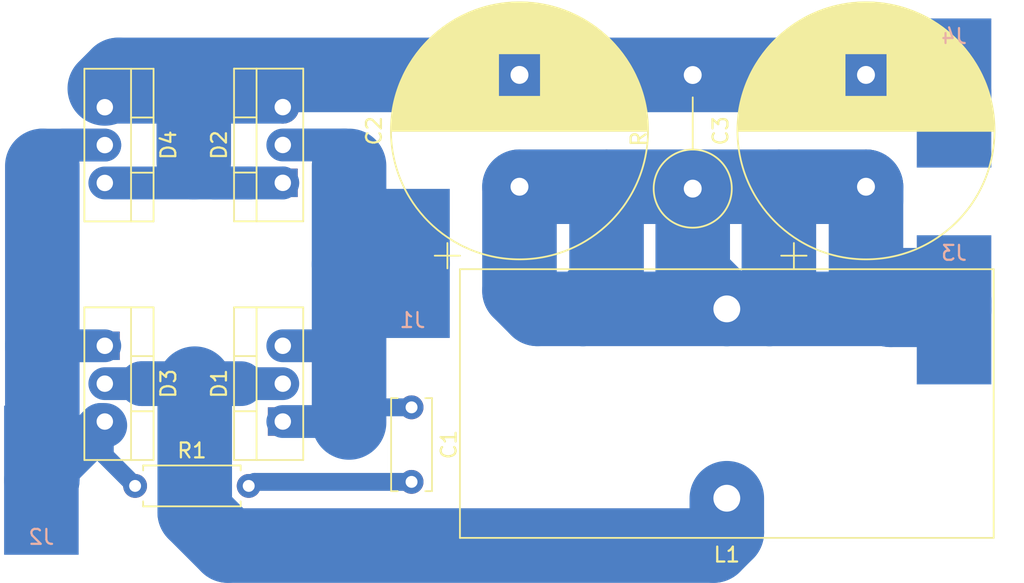
<source format=kicad_pcb>
(kicad_pcb (version 20171130) (host pcbnew 5.1.6-c6e7f7d~87~ubuntu18.04.1)

  (general
    (thickness 1.6)
    (drawings 0)
    (tracks 79)
    (zones 0)
    (modules 14)
    (nets 7)
  )

  (page A4)
  (layers
    (0 F.Cu signal)
    (31 B.Cu signal)
    (32 B.Adhes user)
    (33 F.Adhes user)
    (34 B.Paste user)
    (35 F.Paste user)
    (36 B.SilkS user)
    (37 F.SilkS user)
    (38 B.Mask user)
    (39 F.Mask user)
    (40 Dwgs.User user)
    (41 Cmts.User user)
    (42 Eco1.User user)
    (43 Eco2.User user)
    (44 Edge.Cuts user)
    (45 Margin user)
    (46 B.CrtYd user)
    (47 F.CrtYd user)
    (48 B.Fab user)
    (49 F.Fab user)
  )

  (setup
    (last_trace_width 5)
    (user_trace_width 1)
    (user_trace_width 1.2)
    (user_trace_width 2)
    (user_trace_width 2.2)
    (user_trace_width 3)
    (user_trace_width 4)
    (user_trace_width 5)
    (trace_clearance 0.2)
    (zone_clearance 0.508)
    (zone_45_only no)
    (trace_min 0.2)
    (via_size 0.8)
    (via_drill 0.4)
    (via_min_size 0.4)
    (via_min_drill 0.3)
    (uvia_size 0.3)
    (uvia_drill 0.1)
    (uvias_allowed no)
    (uvia_min_size 0.2)
    (uvia_min_drill 0.1)
    (edge_width 0.05)
    (segment_width 0.2)
    (pcb_text_width 0.3)
    (pcb_text_size 1.5 1.5)
    (mod_edge_width 0.12)
    (mod_text_size 1 1)
    (mod_text_width 0.15)
    (pad_size 1.524 1.524)
    (pad_drill 0.762)
    (pad_to_mask_clearance 0.05)
    (aux_axis_origin 0 0)
    (visible_elements FFFFFF7F)
    (pcbplotparams
      (layerselection 0x00000_fffffffe)
      (usegerberextensions false)
      (usegerberattributes true)
      (usegerberadvancedattributes true)
      (creategerberjobfile true)
      (excludeedgelayer false)
      (linewidth 0.020000)
      (plotframeref false)
      (viasonmask false)
      (mode 1)
      (useauxorigin false)
      (hpglpennumber 1)
      (hpglpenspeed 20)
      (hpglpendiameter 15.000000)
      (psnegative true)
      (psa4output false)
      (plotreference false)
      (plotvalue false)
      (plotinvisibletext false)
      (padsonsilk true)
      (subtractmaskfromsilk false)
      (outputformat 5)
      (mirror false)
      (drillshape 1)
      (scaleselection 1)
      (outputdirectory ""))
  )

  (net 0 "")
  (net 1 "Net-(C1-Pad2)")
  (net 2 "Net-(C1-Pad1)")
  (net 3 GND)
  (net 4 "Net-(C2-Pad1)")
  (net 5 VCC)
  (net 6 "Net-(D3-Pad1)")

  (net_class Default "This is the default net class."
    (clearance 0.2)
    (trace_width 0.25)
    (via_dia 0.8)
    (via_drill 0.4)
    (uvia_dia 0.3)
    (uvia_drill 0.1)
    (add_net GND)
    (add_net "Net-(C1-Pad1)")
    (add_net "Net-(C1-Pad2)")
    (add_net "Net-(C2-Pad1)")
    (add_net "Net-(D3-Pad1)")
    (add_net VCC)
  )

  (module Connector_Wire:SolderWirePad_1x01_SMD_5x10mm (layer B.Cu) (tedit 5640A485) (tstamp 5F7A2DE4)
    (at 123.3805 127.254 180)
    (descr "Wire Pad, Square, SMD Pad,  5mm x 10mm,")
    (tags "MesurementPoint Square SMDPad 5mmx10mm ")
    (path /5F7ECCB3)
    (attr smd virtual)
    (fp_text reference J3 (at 0 3.81) (layer B.SilkS)
      (effects (font (size 1 1) (thickness 0.15)) (justify mirror))
    )
    (fp_text value out_v (at 0 -6.35) (layer B.Fab)
      (effects (font (size 1 1) (thickness 0.15)) (justify mirror))
    )
    (fp_line (start 2.75 5.25) (end -2.75 5.25) (layer B.CrtYd) (width 0.05))
    (fp_line (start 2.75 -5.25) (end 2.75 5.25) (layer B.CrtYd) (width 0.05))
    (fp_line (start -2.75 -5.25) (end 2.75 -5.25) (layer B.CrtYd) (width 0.05))
    (fp_line (start -2.75 5.25) (end -2.75 -5.25) (layer B.CrtYd) (width 0.05))
    (fp_text user %R (at 0 0) (layer B.Fab)
      (effects (font (size 1 1) (thickness 0.15)) (justify mirror))
    )
    (pad 1 smd rect (at 0 0 180) (size 5 10) (layers B.Cu B.Paste B.Mask)
      (net 4 "Net-(C2-Pad1)"))
  )

  (module Resistor_THT:R_Axial_DIN0207_L6.3mm_D2.5mm_P7.62mm_Horizontal (layer F.Cu) (tedit 5AE5139B) (tstamp 5F7A5C37)
    (at 68.453 139.065)
    (descr "Resistor, Axial_DIN0207 series, Axial, Horizontal, pin pitch=7.62mm, 0.25W = 1/4W, length*diameter=6.3*2.5mm^2, http://cdn-reichelt.de/documents/datenblatt/B400/1_4W%23YAG.pdf")
    (tags "Resistor Axial_DIN0207 series Axial Horizontal pin pitch 7.62mm 0.25W = 1/4W length 6.3mm diameter 2.5mm")
    (path /5F7B7AD0)
    (fp_text reference R1 (at 3.81 -2.37) (layer F.SilkS)
      (effects (font (size 1 1) (thickness 0.15)))
    )
    (fp_text value 1k (at 3.81 2.37) (layer F.Fab)
      (effects (font (size 1 1) (thickness 0.15)))
    )
    (fp_text user %R (at 3.81 0) (layer F.Fab)
      (effects (font (size 1 1) (thickness 0.15)))
    )
    (fp_line (start 0.66 -1.25) (end 0.66 1.25) (layer F.Fab) (width 0.1))
    (fp_line (start 0.66 1.25) (end 6.96 1.25) (layer F.Fab) (width 0.1))
    (fp_line (start 6.96 1.25) (end 6.96 -1.25) (layer F.Fab) (width 0.1))
    (fp_line (start 6.96 -1.25) (end 0.66 -1.25) (layer F.Fab) (width 0.1))
    (fp_line (start 0 0) (end 0.66 0) (layer F.Fab) (width 0.1))
    (fp_line (start 7.62 0) (end 6.96 0) (layer F.Fab) (width 0.1))
    (fp_line (start 0.54 -1.04) (end 0.54 -1.37) (layer F.SilkS) (width 0.12))
    (fp_line (start 0.54 -1.37) (end 7.08 -1.37) (layer F.SilkS) (width 0.12))
    (fp_line (start 7.08 -1.37) (end 7.08 -1.04) (layer F.SilkS) (width 0.12))
    (fp_line (start 0.54 1.04) (end 0.54 1.37) (layer F.SilkS) (width 0.12))
    (fp_line (start 0.54 1.37) (end 7.08 1.37) (layer F.SilkS) (width 0.12))
    (fp_line (start 7.08 1.37) (end 7.08 1.04) (layer F.SilkS) (width 0.12))
    (fp_line (start -1.05 -1.5) (end -1.05 1.5) (layer F.CrtYd) (width 0.05))
    (fp_line (start -1.05 1.5) (end 8.67 1.5) (layer F.CrtYd) (width 0.05))
    (fp_line (start 8.67 1.5) (end 8.67 -1.5) (layer F.CrtYd) (width 0.05))
    (fp_line (start 8.67 -1.5) (end -1.05 -1.5) (layer F.CrtYd) (width 0.05))
    (pad 2 thru_hole oval (at 7.62 0) (size 1.6 1.6) (drill 0.8) (layers *.Cu *.Mask)
      (net 1 "Net-(C1-Pad2)"))
    (pad 1 thru_hole circle (at 0 0) (size 1.6 1.6) (drill 0.8) (layers *.Cu *.Mask)
      (net 6 "Net-(D3-Pad1)"))
    (model ${KISYS3DMOD}/Resistor_THT.3dshapes/R_Axial_DIN0207_L6.3mm_D2.5mm_P7.62mm_Horizontal.wrl
      (at (xyz 0 0 0))
      (scale (xyz 1 1 1))
      (rotate (xyz 0 0 0))
    )
  )

  (module Resistor_THT:R_Axial_DIN0516_L15.5mm_D5.0mm_P7.62mm_Vertical (layer F.Cu) (tedit 5AE5139B) (tstamp 5F7A2E31)
    (at 105.8545 119.126 90)
    (descr "Resistor, Axial_DIN0516 series, Axial, Vertical, pin pitch=7.62mm, 2W, length*diameter=15.5*5mm^2, http://cdn-reichelt.de/documents/datenblatt/B400/1_4W%23YAG.pdf")
    (tags "Resistor Axial_DIN0516 series Axial Vertical pin pitch 7.62mm 2W length 15.5mm diameter 5mm")
    (path /5F7E5B00)
    (fp_text reference R2 (at 3.81 -3.62 90) (layer F.SilkS)
      (effects (font (size 1 1) (thickness 0.15)))
    )
    (fp_text value R (at 3.81 3.62 90) (layer F.Fab)
      (effects (font (size 1 1) (thickness 0.15)))
    )
    (fp_circle (center 0 0) (end 2.5 0) (layer F.Fab) (width 0.1))
    (fp_circle (center 0 0) (end 2.62 0) (layer F.SilkS) (width 0.12))
    (fp_line (start 0 0) (end 7.62 0) (layer F.Fab) (width 0.1))
    (fp_line (start 2.62 0) (end 6.12 0) (layer F.SilkS) (width 0.12))
    (fp_line (start -2.75 -2.75) (end -2.75 2.75) (layer F.CrtYd) (width 0.05))
    (fp_line (start -2.75 2.75) (end 9.07 2.75) (layer F.CrtYd) (width 0.05))
    (fp_line (start 9.07 2.75) (end 9.07 -2.75) (layer F.CrtYd) (width 0.05))
    (fp_line (start 9.07 -2.75) (end -2.75 -2.75) (layer F.CrtYd) (width 0.05))
    (fp_text user %R (at 3.81 -3.62 90) (layer F.Fab)
      (effects (font (size 1 1) (thickness 0.15)))
    )
    (pad 2 thru_hole oval (at 7.62 0 90) (size 2.4 2.4) (drill 1.2) (layers *.Cu *.Mask)
      (net 3 GND))
    (pad 1 thru_hole circle (at 0 0 90) (size 2.4 2.4) (drill 1.2) (layers *.Cu *.Mask)
      (net 4 "Net-(C2-Pad1)"))
    (model ${KISYS3DMOD}/Resistor_THT.3dshapes/R_Axial_DIN0516_L15.5mm_D5.0mm_P7.62mm_Vertical.wrl
      (at (xyz 0 0 0))
      (scale (xyz 1 1 1))
      (rotate (xyz 0 0 0))
    )
  )

  (module Inductor_THT:L_Toroid_Vertical_L35.6mm_W17.8mm_P12.70mm_Pulse_E (layer F.Cu) (tedit 5AE59B06) (tstamp 5F7A2E0B)
    (at 108.1405 139.8905 180)
    (descr "L_Toroid, Vertical series, Radial, pin pitch=12.70mm, , length*width=35.56*17.78mm^2, Pulse, E, http://datasheet.octopart.com/PE-92112KNL-Pulse-datasheet-17853305.pdf")
    (tags "L_Toroid Vertical series Radial pin pitch 12.70mm  length 35.56mm width 17.78mm Pulse E")
    (path /5F7E4CE5)
    (fp_text reference L1 (at 0 -3.79) (layer F.SilkS)
      (effects (font (size 1 1) (thickness 0.15)))
    )
    (fp_text value L (at 0 16.49) (layer F.Fab)
      (effects (font (size 1 1) (thickness 0.15)))
    )
    (fp_line (start -17.78 -2.54) (end -17.78 15.24) (layer F.Fab) (width 0.1))
    (fp_line (start -17.78 15.24) (end 17.78 15.24) (layer F.Fab) (width 0.1))
    (fp_line (start 17.78 15.24) (end 17.78 -2.54) (layer F.Fab) (width 0.1))
    (fp_line (start 17.78 -2.54) (end -17.78 -2.54) (layer F.Fab) (width 0.1))
    (fp_line (start -17.78 -2.54) (end -16.002 15.24) (layer F.Fab) (width 0.1))
    (fp_line (start -14.224 -2.54) (end -12.446 15.24) (layer F.Fab) (width 0.1))
    (fp_line (start -10.668 -2.54) (end -8.89 15.24) (layer F.Fab) (width 0.1))
    (fp_line (start -7.112 -2.54) (end -5.334 15.24) (layer F.Fab) (width 0.1))
    (fp_line (start -3.556 -2.54) (end -1.778 15.24) (layer F.Fab) (width 0.1))
    (fp_line (start 0 -2.54) (end 1.778 15.24) (layer F.Fab) (width 0.1))
    (fp_line (start 3.556 -2.54) (end 5.334 15.24) (layer F.Fab) (width 0.1))
    (fp_line (start 7.112 -2.54) (end 8.89 15.24) (layer F.Fab) (width 0.1))
    (fp_line (start 10.668 -2.54) (end 12.446 15.24) (layer F.Fab) (width 0.1))
    (fp_line (start 14.224 -2.54) (end 16.002 15.24) (layer F.Fab) (width 0.1))
    (fp_line (start -17.9 -2.66) (end 17.9 -2.66) (layer F.SilkS) (width 0.12))
    (fp_line (start -17.9 15.36) (end 17.9 15.36) (layer F.SilkS) (width 0.12))
    (fp_line (start -17.9 -2.66) (end -17.9 15.36) (layer F.SilkS) (width 0.12))
    (fp_line (start 17.9 -2.66) (end 17.9 15.36) (layer F.SilkS) (width 0.12))
    (fp_line (start -18.03 -2.8) (end -18.03 15.49) (layer F.CrtYd) (width 0.05))
    (fp_line (start -18.03 15.49) (end 18.03 15.49) (layer F.CrtYd) (width 0.05))
    (fp_line (start 18.03 15.49) (end 18.03 -2.8) (layer F.CrtYd) (width 0.05))
    (fp_line (start 18.03 -2.8) (end -18.03 -2.8) (layer F.CrtYd) (width 0.05))
    (fp_text user %R (at 6.35 0) (layer F.Fab)
      (effects (font (size 1 1) (thickness 0.15)))
    )
    (pad 2 thru_hole circle (at 0 12.7 180) (size 3.6 3.6) (drill 1.8) (layers *.Cu *.Mask)
      (net 4 "Net-(C2-Pad1)"))
    (pad 1 thru_hole circle (at 0 0 180) (size 3.6 3.6) (drill 1.8) (layers *.Cu *.Mask)
      (net 5 VCC))
    (model ${KISYS3DMOD}/Inductor_THT.3dshapes/L_Toroid_Vertical_L35.6mm_W17.8mm_P12.70mm_Pulse_E.wrl
      (at (xyz 0 0 0))
      (scale (xyz 1 1 1))
      (rotate (xyz 0 0 0))
    )
  )

  (module Connector_Wire:SolderWirePad_1x01_SMD_5x10mm (layer B.Cu) (tedit 5640A485) (tstamp 5F7A2DEE)
    (at 123.3805 112.7125 180)
    (descr "Wire Pad, Square, SMD Pad,  5mm x 10mm,")
    (tags "MesurementPoint Square SMDPad 5mmx10mm ")
    (path /5F7ED0CB)
    (attr smd virtual)
    (fp_text reference J4 (at 0 3.81) (layer B.SilkS)
      (effects (font (size 1 1) (thickness 0.15)) (justify mirror))
    )
    (fp_text value out_g (at 0 -6.35) (layer B.Fab)
      (effects (font (size 1 1) (thickness 0.15)) (justify mirror))
    )
    (fp_line (start 2.75 5.25) (end -2.75 5.25) (layer B.CrtYd) (width 0.05))
    (fp_line (start 2.75 -5.25) (end 2.75 5.25) (layer B.CrtYd) (width 0.05))
    (fp_line (start -2.75 -5.25) (end 2.75 -5.25) (layer B.CrtYd) (width 0.05))
    (fp_line (start -2.75 5.25) (end -2.75 -5.25) (layer B.CrtYd) (width 0.05))
    (fp_text user %R (at 0 0) (layer B.Fab)
      (effects (font (size 1 1) (thickness 0.15)) (justify mirror))
    )
    (pad 1 smd rect (at 0 0 180) (size 5 10) (layers B.Cu B.Paste B.Mask)
      (net 3 GND))
  )

  (module Connector_Wire:SolderWirePad_1x01_SMD_5x10mm (layer B.Cu) (tedit 5640A485) (tstamp 5F7A2DDA)
    (at 62.1665 138.684)
    (descr "Wire Pad, Square, SMD Pad,  5mm x 10mm,")
    (tags "MesurementPoint Square SMDPad 5mmx10mm ")
    (path /5F7A1995)
    (attr smd virtual)
    (fp_text reference J2 (at 0 3.81) (layer B.SilkS)
      (effects (font (size 1 1) (thickness 0.15)) (justify mirror))
    )
    (fp_text value AC_IN (at 0 -6.35) (layer B.Fab)
      (effects (font (size 1 1) (thickness 0.15)) (justify mirror))
    )
    (fp_line (start 2.75 5.25) (end -2.75 5.25) (layer B.CrtYd) (width 0.05))
    (fp_line (start 2.75 -5.25) (end 2.75 5.25) (layer B.CrtYd) (width 0.05))
    (fp_line (start -2.75 -5.25) (end 2.75 -5.25) (layer B.CrtYd) (width 0.05))
    (fp_line (start -2.75 5.25) (end -2.75 -5.25) (layer B.CrtYd) (width 0.05))
    (fp_text user %R (at 0 0) (layer B.Fab)
      (effects (font (size 1 1) (thickness 0.15)) (justify mirror))
    )
    (pad 1 smd rect (at 0 0) (size 5 10) (layers B.Cu B.Paste B.Mask)
      (net 6 "Net-(D3-Pad1)"))
  )

  (module Connector_Wire:SolderWirePad_1x01_SMD_5x10mm (layer B.Cu) (tedit 5640A485) (tstamp 5F7A2DD0)
    (at 87.0585 124.1425)
    (descr "Wire Pad, Square, SMD Pad,  5mm x 10mm,")
    (tags "MesurementPoint Square SMDPad 5mmx10mm ")
    (path /5F7A2068)
    (attr smd virtual)
    (fp_text reference J1 (at 0 3.81) (layer B.SilkS)
      (effects (font (size 1 1) (thickness 0.15)) (justify mirror))
    )
    (fp_text value AC_IN (at 0 -6.35) (layer B.Fab)
      (effects (font (size 1 1) (thickness 0.15)) (justify mirror))
    )
    (fp_line (start 2.75 5.25) (end -2.75 5.25) (layer B.CrtYd) (width 0.05))
    (fp_line (start 2.75 -5.25) (end 2.75 5.25) (layer B.CrtYd) (width 0.05))
    (fp_line (start -2.75 -5.25) (end 2.75 -5.25) (layer B.CrtYd) (width 0.05))
    (fp_line (start -2.75 5.25) (end -2.75 -5.25) (layer B.CrtYd) (width 0.05))
    (fp_text user %R (at 0 0) (layer B.Fab)
      (effects (font (size 1 1) (thickness 0.15)) (justify mirror))
    )
    (pad 1 smd rect (at 0 0) (size 5 10) (layers B.Cu B.Paste B.Mask)
      (net 2 "Net-(C1-Pad1)"))
  )

  (module Package_TO_SOT_THT:TO-220-3_Vertical (layer F.Cu) (tedit 5AC8BA0D) (tstamp 5F7A2DC6)
    (at 66.421 113.665 270)
    (descr "TO-220-3, Vertical, RM 2.54mm, see https://www.vishay.com/docs/66542/to-220-1.pdf")
    (tags "TO-220-3 Vertical RM 2.54mm")
    (path /5F79A487)
    (fp_text reference D4 (at 2.54 -4.27 90) (layer F.SilkS)
      (effects (font (size 1 1) (thickness 0.15)))
    )
    (fp_text value SFI603 (at 2.54 2.5 90) (layer F.Fab)
      (effects (font (size 1 1) (thickness 0.15)))
    )
    (fp_line (start -2.46 -3.15) (end -2.46 1.25) (layer F.Fab) (width 0.1))
    (fp_line (start -2.46 1.25) (end 7.54 1.25) (layer F.Fab) (width 0.1))
    (fp_line (start 7.54 1.25) (end 7.54 -3.15) (layer F.Fab) (width 0.1))
    (fp_line (start 7.54 -3.15) (end -2.46 -3.15) (layer F.Fab) (width 0.1))
    (fp_line (start -2.46 -1.88) (end 7.54 -1.88) (layer F.Fab) (width 0.1))
    (fp_line (start 0.69 -3.15) (end 0.69 -1.88) (layer F.Fab) (width 0.1))
    (fp_line (start 4.39 -3.15) (end 4.39 -1.88) (layer F.Fab) (width 0.1))
    (fp_line (start -2.58 -3.27) (end 7.66 -3.27) (layer F.SilkS) (width 0.12))
    (fp_line (start -2.58 1.371) (end 7.66 1.371) (layer F.SilkS) (width 0.12))
    (fp_line (start -2.58 -3.27) (end -2.58 1.371) (layer F.SilkS) (width 0.12))
    (fp_line (start 7.66 -3.27) (end 7.66 1.371) (layer F.SilkS) (width 0.12))
    (fp_line (start -2.58 -1.76) (end 7.66 -1.76) (layer F.SilkS) (width 0.12))
    (fp_line (start 0.69 -3.27) (end 0.69 -1.76) (layer F.SilkS) (width 0.12))
    (fp_line (start 4.391 -3.27) (end 4.391 -1.76) (layer F.SilkS) (width 0.12))
    (fp_line (start -2.71 -3.4) (end -2.71 1.51) (layer F.CrtYd) (width 0.05))
    (fp_line (start -2.71 1.51) (end 7.79 1.51) (layer F.CrtYd) (width 0.05))
    (fp_line (start 7.79 1.51) (end 7.79 -3.4) (layer F.CrtYd) (width 0.05))
    (fp_line (start 7.79 -3.4) (end -2.71 -3.4) (layer F.CrtYd) (width 0.05))
    (fp_text user %R (at 2.54 -4.27 90) (layer F.Fab)
      (effects (font (size 1 1) (thickness 0.15)))
    )
    (pad 3 thru_hole oval (at 5.08 0 270) (size 1.905 2) (drill 1.1) (layers *.Cu *.Mask)
      (net 3 GND))
    (pad 2 thru_hole oval (at 2.54 0 270) (size 1.905 2) (drill 1.1) (layers *.Cu *.Mask)
      (net 6 "Net-(D3-Pad1)"))
    (pad 1 thru_hole rect (at 0 0 270) (size 1.905 2) (drill 1.1) (layers *.Cu *.Mask)
      (net 3 GND))
    (model ${KISYS3DMOD}/Package_TO_SOT_THT.3dshapes/TO-220-3_Vertical.wrl
      (at (xyz 0 0 0))
      (scale (xyz 1 1 1))
      (rotate (xyz 0 0 0))
    )
  )

  (module Package_TO_SOT_THT:TO-220-3_Vertical (layer F.Cu) (tedit 5AC8BA0D) (tstamp 5F7A2DAC)
    (at 66.421 129.667 270)
    (descr "TO-220-3, Vertical, RM 2.54mm, see https://www.vishay.com/docs/66542/to-220-1.pdf")
    (tags "TO-220-3 Vertical RM 2.54mm")
    (path /5F79AC65)
    (fp_text reference D3 (at 2.54 -4.27 90) (layer F.SilkS)
      (effects (font (size 1 1) (thickness 0.15)))
    )
    (fp_text value SFI603 (at 2.54 2.5 90) (layer F.Fab)
      (effects (font (size 1 1) (thickness 0.15)))
    )
    (fp_line (start -2.46 -3.15) (end -2.46 1.25) (layer F.Fab) (width 0.1))
    (fp_line (start -2.46 1.25) (end 7.54 1.25) (layer F.Fab) (width 0.1))
    (fp_line (start 7.54 1.25) (end 7.54 -3.15) (layer F.Fab) (width 0.1))
    (fp_line (start 7.54 -3.15) (end -2.46 -3.15) (layer F.Fab) (width 0.1))
    (fp_line (start -2.46 -1.88) (end 7.54 -1.88) (layer F.Fab) (width 0.1))
    (fp_line (start 0.69 -3.15) (end 0.69 -1.88) (layer F.Fab) (width 0.1))
    (fp_line (start 4.39 -3.15) (end 4.39 -1.88) (layer F.Fab) (width 0.1))
    (fp_line (start -2.58 -3.27) (end 7.66 -3.27) (layer F.SilkS) (width 0.12))
    (fp_line (start -2.58 1.371) (end 7.66 1.371) (layer F.SilkS) (width 0.12))
    (fp_line (start -2.58 -3.27) (end -2.58 1.371) (layer F.SilkS) (width 0.12))
    (fp_line (start 7.66 -3.27) (end 7.66 1.371) (layer F.SilkS) (width 0.12))
    (fp_line (start -2.58 -1.76) (end 7.66 -1.76) (layer F.SilkS) (width 0.12))
    (fp_line (start 0.69 -3.27) (end 0.69 -1.76) (layer F.SilkS) (width 0.12))
    (fp_line (start 4.391 -3.27) (end 4.391 -1.76) (layer F.SilkS) (width 0.12))
    (fp_line (start -2.71 -3.4) (end -2.71 1.51) (layer F.CrtYd) (width 0.05))
    (fp_line (start -2.71 1.51) (end 7.79 1.51) (layer F.CrtYd) (width 0.05))
    (fp_line (start 7.79 1.51) (end 7.79 -3.4) (layer F.CrtYd) (width 0.05))
    (fp_line (start 7.79 -3.4) (end -2.71 -3.4) (layer F.CrtYd) (width 0.05))
    (fp_text user %R (at 2.54 -4.27 90) (layer F.Fab)
      (effects (font (size 1 1) (thickness 0.15)))
    )
    (pad 3 thru_hole oval (at 5.08 0 270) (size 1.905 2) (drill 1.1) (layers *.Cu *.Mask)
      (net 6 "Net-(D3-Pad1)"))
    (pad 2 thru_hole oval (at 2.54 0 270) (size 1.905 2) (drill 1.1) (layers *.Cu *.Mask)
      (net 5 VCC))
    (pad 1 thru_hole rect (at 0 0 270) (size 1.905 2) (drill 1.1) (layers *.Cu *.Mask)
      (net 6 "Net-(D3-Pad1)"))
    (model ${KISYS3DMOD}/Package_TO_SOT_THT.3dshapes/TO-220-3_Vertical.wrl
      (at (xyz 0 0 0))
      (scale (xyz 1 1 1))
      (rotate (xyz 0 0 0))
    )
  )

  (module Package_TO_SOT_THT:TO-220-3_Vertical (layer F.Cu) (tedit 5AC8BA0D) (tstamp 5F7A2D92)
    (at 78.359 118.738 90)
    (descr "TO-220-3, Vertical, RM 2.54mm, see https://www.vishay.com/docs/66542/to-220-1.pdf")
    (tags "TO-220-3 Vertical RM 2.54mm")
    (path /5F79979D)
    (fp_text reference D2 (at 2.54 -4.27 90) (layer F.SilkS)
      (effects (font (size 1 1) (thickness 0.15)))
    )
    (fp_text value SFI603 (at 2.54 2.5 90) (layer F.Fab)
      (effects (font (size 1 1) (thickness 0.15)))
    )
    (fp_line (start -2.46 -3.15) (end -2.46 1.25) (layer F.Fab) (width 0.1))
    (fp_line (start -2.46 1.25) (end 7.54 1.25) (layer F.Fab) (width 0.1))
    (fp_line (start 7.54 1.25) (end 7.54 -3.15) (layer F.Fab) (width 0.1))
    (fp_line (start 7.54 -3.15) (end -2.46 -3.15) (layer F.Fab) (width 0.1))
    (fp_line (start -2.46 -1.88) (end 7.54 -1.88) (layer F.Fab) (width 0.1))
    (fp_line (start 0.69 -3.15) (end 0.69 -1.88) (layer F.Fab) (width 0.1))
    (fp_line (start 4.39 -3.15) (end 4.39 -1.88) (layer F.Fab) (width 0.1))
    (fp_line (start -2.58 -3.27) (end 7.66 -3.27) (layer F.SilkS) (width 0.12))
    (fp_line (start -2.58 1.371) (end 7.66 1.371) (layer F.SilkS) (width 0.12))
    (fp_line (start -2.58 -3.27) (end -2.58 1.371) (layer F.SilkS) (width 0.12))
    (fp_line (start 7.66 -3.27) (end 7.66 1.371) (layer F.SilkS) (width 0.12))
    (fp_line (start -2.58 -1.76) (end 7.66 -1.76) (layer F.SilkS) (width 0.12))
    (fp_line (start 0.69 -3.27) (end 0.69 -1.76) (layer F.SilkS) (width 0.12))
    (fp_line (start 4.391 -3.27) (end 4.391 -1.76) (layer F.SilkS) (width 0.12))
    (fp_line (start -2.71 -3.4) (end -2.71 1.51) (layer F.CrtYd) (width 0.05))
    (fp_line (start -2.71 1.51) (end 7.79 1.51) (layer F.CrtYd) (width 0.05))
    (fp_line (start 7.79 1.51) (end 7.79 -3.4) (layer F.CrtYd) (width 0.05))
    (fp_line (start 7.79 -3.4) (end -2.71 -3.4) (layer F.CrtYd) (width 0.05))
    (fp_text user %R (at 2.54 -4.27 90) (layer F.Fab)
      (effects (font (size 1 1) (thickness 0.15)))
    )
    (pad 3 thru_hole oval (at 5.08 0 90) (size 1.905 2) (drill 1.1) (layers *.Cu *.Mask)
      (net 3 GND))
    (pad 2 thru_hole oval (at 2.54 0 90) (size 1.905 2) (drill 1.1) (layers *.Cu *.Mask)
      (net 2 "Net-(C1-Pad1)"))
    (pad 1 thru_hole rect (at 0 0 90) (size 1.905 2) (drill 1.1) (layers *.Cu *.Mask)
      (net 3 GND))
    (model ${KISYS3DMOD}/Package_TO_SOT_THT.3dshapes/TO-220-3_Vertical.wrl
      (at (xyz 0 0 0))
      (scale (xyz 1 1 1))
      (rotate (xyz 0 0 0))
    )
  )

  (module Package_TO_SOT_THT:TO-220-3_Vertical (layer F.Cu) (tedit 5AC8BA0D) (tstamp 5F7A2D78)
    (at 78.359 134.747 90)
    (descr "TO-220-3, Vertical, RM 2.54mm, see https://www.vishay.com/docs/66542/to-220-1.pdf")
    (tags "TO-220-3 Vertical RM 2.54mm")
    (path /5F79A909)
    (fp_text reference D1 (at 2.54 -4.27 90) (layer F.SilkS)
      (effects (font (size 1 1) (thickness 0.15)))
    )
    (fp_text value SFI603 (at 2.54 2.5 90) (layer F.Fab)
      (effects (font (size 1 1) (thickness 0.15)))
    )
    (fp_line (start -2.46 -3.15) (end -2.46 1.25) (layer F.Fab) (width 0.1))
    (fp_line (start -2.46 1.25) (end 7.54 1.25) (layer F.Fab) (width 0.1))
    (fp_line (start 7.54 1.25) (end 7.54 -3.15) (layer F.Fab) (width 0.1))
    (fp_line (start 7.54 -3.15) (end -2.46 -3.15) (layer F.Fab) (width 0.1))
    (fp_line (start -2.46 -1.88) (end 7.54 -1.88) (layer F.Fab) (width 0.1))
    (fp_line (start 0.69 -3.15) (end 0.69 -1.88) (layer F.Fab) (width 0.1))
    (fp_line (start 4.39 -3.15) (end 4.39 -1.88) (layer F.Fab) (width 0.1))
    (fp_line (start -2.58 -3.27) (end 7.66 -3.27) (layer F.SilkS) (width 0.12))
    (fp_line (start -2.58 1.371) (end 7.66 1.371) (layer F.SilkS) (width 0.12))
    (fp_line (start -2.58 -3.27) (end -2.58 1.371) (layer F.SilkS) (width 0.12))
    (fp_line (start 7.66 -3.27) (end 7.66 1.371) (layer F.SilkS) (width 0.12))
    (fp_line (start -2.58 -1.76) (end 7.66 -1.76) (layer F.SilkS) (width 0.12))
    (fp_line (start 0.69 -3.27) (end 0.69 -1.76) (layer F.SilkS) (width 0.12))
    (fp_line (start 4.391 -3.27) (end 4.391 -1.76) (layer F.SilkS) (width 0.12))
    (fp_line (start -2.71 -3.4) (end -2.71 1.51) (layer F.CrtYd) (width 0.05))
    (fp_line (start -2.71 1.51) (end 7.79 1.51) (layer F.CrtYd) (width 0.05))
    (fp_line (start 7.79 1.51) (end 7.79 -3.4) (layer F.CrtYd) (width 0.05))
    (fp_line (start 7.79 -3.4) (end -2.71 -3.4) (layer F.CrtYd) (width 0.05))
    (fp_text user %R (at 2.54 -4.27 90) (layer F.Fab)
      (effects (font (size 1 1) (thickness 0.15)))
    )
    (pad 3 thru_hole oval (at 5.08 0 90) (size 1.905 2) (drill 1.1) (layers *.Cu *.Mask)
      (net 2 "Net-(C1-Pad1)"))
    (pad 2 thru_hole oval (at 2.54 0 90) (size 1.905 2) (drill 1.1) (layers *.Cu *.Mask)
      (net 5 VCC))
    (pad 1 thru_hole rect (at 0 0 90) (size 1.905 2) (drill 1.1) (layers *.Cu *.Mask)
      (net 2 "Net-(C1-Pad1)"))
    (model ${KISYS3DMOD}/Package_TO_SOT_THT.3dshapes/TO-220-3_Vertical.wrl
      (at (xyz 0 0 0))
      (scale (xyz 1 1 1))
      (rotate (xyz 0 0 0))
    )
  )

  (module Capacitor_THT:CP_Radial_D17.0mm_P7.50mm (layer F.Cu) (tedit 5AE50EF1) (tstamp 5F7A9FEA)
    (at 117.475 118.999 90)
    (descr "CP, Radial series, Radial, pin pitch=7.50mm, , diameter=17mm, Electrolytic Capacitor")
    (tags "CP Radial series Radial pin pitch 7.50mm  diameter 17mm Electrolytic Capacitor")
    (path /5F80A667)
    (fp_text reference C3 (at 3.75 -9.75 90) (layer F.SilkS)
      (effects (font (size 1 1) (thickness 0.15)))
    )
    (fp_text value CP (at 3.75 9.75 90) (layer F.Fab)
      (effects (font (size 1 1) (thickness 0.15)))
    )
    (fp_circle (center 3.75 0) (end 12.25 0) (layer F.Fab) (width 0.1))
    (fp_circle (center 3.75 0) (end 12.37 0) (layer F.SilkS) (width 0.12))
    (fp_circle (center 3.75 0) (end 12.5 0) (layer F.CrtYd) (width 0.05))
    (fp_line (start -3.556219 -3.7275) (end -1.856219 -3.7275) (layer F.Fab) (width 0.1))
    (fp_line (start -2.706219 -4.5775) (end -2.706219 -2.8775) (layer F.Fab) (width 0.1))
    (fp_line (start 3.75 -8.581) (end 3.75 8.581) (layer F.SilkS) (width 0.12))
    (fp_line (start 3.79 -8.58) (end 3.79 8.58) (layer F.SilkS) (width 0.12))
    (fp_line (start 3.83 -8.58) (end 3.83 8.58) (layer F.SilkS) (width 0.12))
    (fp_line (start 3.87 -8.58) (end 3.87 8.58) (layer F.SilkS) (width 0.12))
    (fp_line (start 3.91 -8.579) (end 3.91 8.579) (layer F.SilkS) (width 0.12))
    (fp_line (start 3.95 -8.578) (end 3.95 8.578) (layer F.SilkS) (width 0.12))
    (fp_line (start 3.99 -8.577) (end 3.99 8.577) (layer F.SilkS) (width 0.12))
    (fp_line (start 4.03 -8.576) (end 4.03 8.576) (layer F.SilkS) (width 0.12))
    (fp_line (start 4.07 -8.575) (end 4.07 8.575) (layer F.SilkS) (width 0.12))
    (fp_line (start 4.11 -8.573) (end 4.11 8.573) (layer F.SilkS) (width 0.12))
    (fp_line (start 4.15 -8.571) (end 4.15 8.571) (layer F.SilkS) (width 0.12))
    (fp_line (start 4.19 -8.569) (end 4.19 8.569) (layer F.SilkS) (width 0.12))
    (fp_line (start 4.23 -8.567) (end 4.23 8.567) (layer F.SilkS) (width 0.12))
    (fp_line (start 4.27 -8.565) (end 4.27 8.565) (layer F.SilkS) (width 0.12))
    (fp_line (start 4.31 -8.562) (end 4.31 8.562) (layer F.SilkS) (width 0.12))
    (fp_line (start 4.35 -8.56) (end 4.35 8.56) (layer F.SilkS) (width 0.12))
    (fp_line (start 4.39 -8.557) (end 4.39 8.557) (layer F.SilkS) (width 0.12))
    (fp_line (start 4.43 -8.554) (end 4.43 8.554) (layer F.SilkS) (width 0.12))
    (fp_line (start 4.471 -8.55) (end 4.471 8.55) (layer F.SilkS) (width 0.12))
    (fp_line (start 4.511 -8.547) (end 4.511 8.547) (layer F.SilkS) (width 0.12))
    (fp_line (start 4.551 -8.543) (end 4.551 8.543) (layer F.SilkS) (width 0.12))
    (fp_line (start 4.591 -8.539) (end 4.591 8.539) (layer F.SilkS) (width 0.12))
    (fp_line (start 4.631 -8.535) (end 4.631 8.535) (layer F.SilkS) (width 0.12))
    (fp_line (start 4.671 -8.531) (end 4.671 8.531) (layer F.SilkS) (width 0.12))
    (fp_line (start 4.711 -8.527) (end 4.711 8.527) (layer F.SilkS) (width 0.12))
    (fp_line (start 4.751 -8.522) (end 4.751 8.522) (layer F.SilkS) (width 0.12))
    (fp_line (start 4.791 -8.518) (end 4.791 8.518) (layer F.SilkS) (width 0.12))
    (fp_line (start 4.831 -8.513) (end 4.831 8.513) (layer F.SilkS) (width 0.12))
    (fp_line (start 4.871 -8.507) (end 4.871 8.507) (layer F.SilkS) (width 0.12))
    (fp_line (start 4.911 -8.502) (end 4.911 8.502) (layer F.SilkS) (width 0.12))
    (fp_line (start 4.951 -8.497) (end 4.951 8.497) (layer F.SilkS) (width 0.12))
    (fp_line (start 4.991 -8.491) (end 4.991 8.491) (layer F.SilkS) (width 0.12))
    (fp_line (start 5.031 -8.485) (end 5.031 8.485) (layer F.SilkS) (width 0.12))
    (fp_line (start 5.071 -8.479) (end 5.071 8.479) (layer F.SilkS) (width 0.12))
    (fp_line (start 5.111 -8.473) (end 5.111 8.473) (layer F.SilkS) (width 0.12))
    (fp_line (start 5.151 -8.466) (end 5.151 8.466) (layer F.SilkS) (width 0.12))
    (fp_line (start 5.191 -8.459) (end 5.191 8.459) (layer F.SilkS) (width 0.12))
    (fp_line (start 5.231 -8.452) (end 5.231 8.452) (layer F.SilkS) (width 0.12))
    (fp_line (start 5.271 -8.445) (end 5.271 8.445) (layer F.SilkS) (width 0.12))
    (fp_line (start 5.311 -8.438) (end 5.311 8.438) (layer F.SilkS) (width 0.12))
    (fp_line (start 5.351 -8.431) (end 5.351 8.431) (layer F.SilkS) (width 0.12))
    (fp_line (start 5.391 -8.423) (end 5.391 8.423) (layer F.SilkS) (width 0.12))
    (fp_line (start 5.431 -8.415) (end 5.431 8.415) (layer F.SilkS) (width 0.12))
    (fp_line (start 5.471 -8.407) (end 5.471 8.407) (layer F.SilkS) (width 0.12))
    (fp_line (start 5.511 -8.399) (end 5.511 8.399) (layer F.SilkS) (width 0.12))
    (fp_line (start 5.551 -8.39) (end 5.551 8.39) (layer F.SilkS) (width 0.12))
    (fp_line (start 5.591 -8.382) (end 5.591 8.382) (layer F.SilkS) (width 0.12))
    (fp_line (start 5.631 -8.373) (end 5.631 8.373) (layer F.SilkS) (width 0.12))
    (fp_line (start 5.671 -8.364) (end 5.671 8.364) (layer F.SilkS) (width 0.12))
    (fp_line (start 5.711 -8.355) (end 5.711 8.355) (layer F.SilkS) (width 0.12))
    (fp_line (start 5.751 -8.345) (end 5.751 8.345) (layer F.SilkS) (width 0.12))
    (fp_line (start 5.791 -8.336) (end 5.791 8.336) (layer F.SilkS) (width 0.12))
    (fp_line (start 5.831 -8.326) (end 5.831 8.326) (layer F.SilkS) (width 0.12))
    (fp_line (start 5.871 -8.316) (end 5.871 8.316) (layer F.SilkS) (width 0.12))
    (fp_line (start 5.911 -8.305) (end 5.911 8.305) (layer F.SilkS) (width 0.12))
    (fp_line (start 5.951 -8.295) (end 5.951 8.295) (layer F.SilkS) (width 0.12))
    (fp_line (start 5.991 -8.284) (end 5.991 8.284) (layer F.SilkS) (width 0.12))
    (fp_line (start 6.031 -8.274) (end 6.031 8.274) (layer F.SilkS) (width 0.12))
    (fp_line (start 6.071 -8.262) (end 6.071 -1.44) (layer F.SilkS) (width 0.12))
    (fp_line (start 6.071 1.44) (end 6.071 8.262) (layer F.SilkS) (width 0.12))
    (fp_line (start 6.111 -8.251) (end 6.111 -1.44) (layer F.SilkS) (width 0.12))
    (fp_line (start 6.111 1.44) (end 6.111 8.251) (layer F.SilkS) (width 0.12))
    (fp_line (start 6.151 -8.24) (end 6.151 -1.44) (layer F.SilkS) (width 0.12))
    (fp_line (start 6.151 1.44) (end 6.151 8.24) (layer F.SilkS) (width 0.12))
    (fp_line (start 6.191 -8.228) (end 6.191 -1.44) (layer F.SilkS) (width 0.12))
    (fp_line (start 6.191 1.44) (end 6.191 8.228) (layer F.SilkS) (width 0.12))
    (fp_line (start 6.231 -8.216) (end 6.231 -1.44) (layer F.SilkS) (width 0.12))
    (fp_line (start 6.231 1.44) (end 6.231 8.216) (layer F.SilkS) (width 0.12))
    (fp_line (start 6.271 -8.204) (end 6.271 -1.44) (layer F.SilkS) (width 0.12))
    (fp_line (start 6.271 1.44) (end 6.271 8.204) (layer F.SilkS) (width 0.12))
    (fp_line (start 6.311 -8.192) (end 6.311 -1.44) (layer F.SilkS) (width 0.12))
    (fp_line (start 6.311 1.44) (end 6.311 8.192) (layer F.SilkS) (width 0.12))
    (fp_line (start 6.351 -8.179) (end 6.351 -1.44) (layer F.SilkS) (width 0.12))
    (fp_line (start 6.351 1.44) (end 6.351 8.179) (layer F.SilkS) (width 0.12))
    (fp_line (start 6.391 -8.166) (end 6.391 -1.44) (layer F.SilkS) (width 0.12))
    (fp_line (start 6.391 1.44) (end 6.391 8.166) (layer F.SilkS) (width 0.12))
    (fp_line (start 6.431 -8.153) (end 6.431 -1.44) (layer F.SilkS) (width 0.12))
    (fp_line (start 6.431 1.44) (end 6.431 8.153) (layer F.SilkS) (width 0.12))
    (fp_line (start 6.471 -8.14) (end 6.471 -1.44) (layer F.SilkS) (width 0.12))
    (fp_line (start 6.471 1.44) (end 6.471 8.14) (layer F.SilkS) (width 0.12))
    (fp_line (start 6.511 -8.127) (end 6.511 -1.44) (layer F.SilkS) (width 0.12))
    (fp_line (start 6.511 1.44) (end 6.511 8.127) (layer F.SilkS) (width 0.12))
    (fp_line (start 6.551 -8.113) (end 6.551 -1.44) (layer F.SilkS) (width 0.12))
    (fp_line (start 6.551 1.44) (end 6.551 8.113) (layer F.SilkS) (width 0.12))
    (fp_line (start 6.591 -8.099) (end 6.591 -1.44) (layer F.SilkS) (width 0.12))
    (fp_line (start 6.591 1.44) (end 6.591 8.099) (layer F.SilkS) (width 0.12))
    (fp_line (start 6.631 -8.085) (end 6.631 -1.44) (layer F.SilkS) (width 0.12))
    (fp_line (start 6.631 1.44) (end 6.631 8.085) (layer F.SilkS) (width 0.12))
    (fp_line (start 6.671 -8.071) (end 6.671 -1.44) (layer F.SilkS) (width 0.12))
    (fp_line (start 6.671 1.44) (end 6.671 8.071) (layer F.SilkS) (width 0.12))
    (fp_line (start 6.711 -8.056) (end 6.711 -1.44) (layer F.SilkS) (width 0.12))
    (fp_line (start 6.711 1.44) (end 6.711 8.056) (layer F.SilkS) (width 0.12))
    (fp_line (start 6.751 -8.042) (end 6.751 -1.44) (layer F.SilkS) (width 0.12))
    (fp_line (start 6.751 1.44) (end 6.751 8.042) (layer F.SilkS) (width 0.12))
    (fp_line (start 6.791 -8.027) (end 6.791 -1.44) (layer F.SilkS) (width 0.12))
    (fp_line (start 6.791 1.44) (end 6.791 8.027) (layer F.SilkS) (width 0.12))
    (fp_line (start 6.831 -8.011) (end 6.831 -1.44) (layer F.SilkS) (width 0.12))
    (fp_line (start 6.831 1.44) (end 6.831 8.011) (layer F.SilkS) (width 0.12))
    (fp_line (start 6.871 -7.996) (end 6.871 -1.44) (layer F.SilkS) (width 0.12))
    (fp_line (start 6.871 1.44) (end 6.871 7.996) (layer F.SilkS) (width 0.12))
    (fp_line (start 6.911 -7.98) (end 6.911 -1.44) (layer F.SilkS) (width 0.12))
    (fp_line (start 6.911 1.44) (end 6.911 7.98) (layer F.SilkS) (width 0.12))
    (fp_line (start 6.951 -7.965) (end 6.951 -1.44) (layer F.SilkS) (width 0.12))
    (fp_line (start 6.951 1.44) (end 6.951 7.965) (layer F.SilkS) (width 0.12))
    (fp_line (start 6.991 -7.948) (end 6.991 -1.44) (layer F.SilkS) (width 0.12))
    (fp_line (start 6.991 1.44) (end 6.991 7.948) (layer F.SilkS) (width 0.12))
    (fp_line (start 7.031 -7.932) (end 7.031 -1.44) (layer F.SilkS) (width 0.12))
    (fp_line (start 7.031 1.44) (end 7.031 7.932) (layer F.SilkS) (width 0.12))
    (fp_line (start 7.071 -7.915) (end 7.071 -1.44) (layer F.SilkS) (width 0.12))
    (fp_line (start 7.071 1.44) (end 7.071 7.915) (layer F.SilkS) (width 0.12))
    (fp_line (start 7.111 -7.899) (end 7.111 -1.44) (layer F.SilkS) (width 0.12))
    (fp_line (start 7.111 1.44) (end 7.111 7.899) (layer F.SilkS) (width 0.12))
    (fp_line (start 7.151 -7.882) (end 7.151 -1.44) (layer F.SilkS) (width 0.12))
    (fp_line (start 7.151 1.44) (end 7.151 7.882) (layer F.SilkS) (width 0.12))
    (fp_line (start 7.191 -7.864) (end 7.191 -1.44) (layer F.SilkS) (width 0.12))
    (fp_line (start 7.191 1.44) (end 7.191 7.864) (layer F.SilkS) (width 0.12))
    (fp_line (start 7.231 -7.847) (end 7.231 -1.44) (layer F.SilkS) (width 0.12))
    (fp_line (start 7.231 1.44) (end 7.231 7.847) (layer F.SilkS) (width 0.12))
    (fp_line (start 7.271 -7.829) (end 7.271 -1.44) (layer F.SilkS) (width 0.12))
    (fp_line (start 7.271 1.44) (end 7.271 7.829) (layer F.SilkS) (width 0.12))
    (fp_line (start 7.311 -7.811) (end 7.311 -1.44) (layer F.SilkS) (width 0.12))
    (fp_line (start 7.311 1.44) (end 7.311 7.811) (layer F.SilkS) (width 0.12))
    (fp_line (start 7.351 -7.793) (end 7.351 -1.44) (layer F.SilkS) (width 0.12))
    (fp_line (start 7.351 1.44) (end 7.351 7.793) (layer F.SilkS) (width 0.12))
    (fp_line (start 7.391 -7.774) (end 7.391 -1.44) (layer F.SilkS) (width 0.12))
    (fp_line (start 7.391 1.44) (end 7.391 7.774) (layer F.SilkS) (width 0.12))
    (fp_line (start 7.431 -7.755) (end 7.431 -1.44) (layer F.SilkS) (width 0.12))
    (fp_line (start 7.431 1.44) (end 7.431 7.755) (layer F.SilkS) (width 0.12))
    (fp_line (start 7.471 -7.736) (end 7.471 -1.44) (layer F.SilkS) (width 0.12))
    (fp_line (start 7.471 1.44) (end 7.471 7.736) (layer F.SilkS) (width 0.12))
    (fp_line (start 7.511 -7.717) (end 7.511 -1.44) (layer F.SilkS) (width 0.12))
    (fp_line (start 7.511 1.44) (end 7.511 7.717) (layer F.SilkS) (width 0.12))
    (fp_line (start 7.551 -7.698) (end 7.551 -1.44) (layer F.SilkS) (width 0.12))
    (fp_line (start 7.551 1.44) (end 7.551 7.698) (layer F.SilkS) (width 0.12))
    (fp_line (start 7.591 -7.678) (end 7.591 -1.44) (layer F.SilkS) (width 0.12))
    (fp_line (start 7.591 1.44) (end 7.591 7.678) (layer F.SilkS) (width 0.12))
    (fp_line (start 7.631 -7.658) (end 7.631 -1.44) (layer F.SilkS) (width 0.12))
    (fp_line (start 7.631 1.44) (end 7.631 7.658) (layer F.SilkS) (width 0.12))
    (fp_line (start 7.671 -7.638) (end 7.671 -1.44) (layer F.SilkS) (width 0.12))
    (fp_line (start 7.671 1.44) (end 7.671 7.638) (layer F.SilkS) (width 0.12))
    (fp_line (start 7.711 -7.617) (end 7.711 -1.44) (layer F.SilkS) (width 0.12))
    (fp_line (start 7.711 1.44) (end 7.711 7.617) (layer F.SilkS) (width 0.12))
    (fp_line (start 7.751 -7.596) (end 7.751 -1.44) (layer F.SilkS) (width 0.12))
    (fp_line (start 7.751 1.44) (end 7.751 7.596) (layer F.SilkS) (width 0.12))
    (fp_line (start 7.791 -7.575) (end 7.791 -1.44) (layer F.SilkS) (width 0.12))
    (fp_line (start 7.791 1.44) (end 7.791 7.575) (layer F.SilkS) (width 0.12))
    (fp_line (start 7.831 -7.554) (end 7.831 -1.44) (layer F.SilkS) (width 0.12))
    (fp_line (start 7.831 1.44) (end 7.831 7.554) (layer F.SilkS) (width 0.12))
    (fp_line (start 7.871 -7.532) (end 7.871 -1.44) (layer F.SilkS) (width 0.12))
    (fp_line (start 7.871 1.44) (end 7.871 7.532) (layer F.SilkS) (width 0.12))
    (fp_line (start 7.911 -7.51) (end 7.911 -1.44) (layer F.SilkS) (width 0.12))
    (fp_line (start 7.911 1.44) (end 7.911 7.51) (layer F.SilkS) (width 0.12))
    (fp_line (start 7.951 -7.488) (end 7.951 -1.44) (layer F.SilkS) (width 0.12))
    (fp_line (start 7.951 1.44) (end 7.951 7.488) (layer F.SilkS) (width 0.12))
    (fp_line (start 7.991 -7.466) (end 7.991 -1.44) (layer F.SilkS) (width 0.12))
    (fp_line (start 7.991 1.44) (end 7.991 7.466) (layer F.SilkS) (width 0.12))
    (fp_line (start 8.031 -7.443) (end 8.031 -1.44) (layer F.SilkS) (width 0.12))
    (fp_line (start 8.031 1.44) (end 8.031 7.443) (layer F.SilkS) (width 0.12))
    (fp_line (start 8.071 -7.42) (end 8.071 -1.44) (layer F.SilkS) (width 0.12))
    (fp_line (start 8.071 1.44) (end 8.071 7.42) (layer F.SilkS) (width 0.12))
    (fp_line (start 8.111 -7.397) (end 8.111 -1.44) (layer F.SilkS) (width 0.12))
    (fp_line (start 8.111 1.44) (end 8.111 7.397) (layer F.SilkS) (width 0.12))
    (fp_line (start 8.151 -7.373) (end 8.151 -1.44) (layer F.SilkS) (width 0.12))
    (fp_line (start 8.151 1.44) (end 8.151 7.373) (layer F.SilkS) (width 0.12))
    (fp_line (start 8.191 -7.349) (end 8.191 -1.44) (layer F.SilkS) (width 0.12))
    (fp_line (start 8.191 1.44) (end 8.191 7.349) (layer F.SilkS) (width 0.12))
    (fp_line (start 8.231 -7.325) (end 8.231 -1.44) (layer F.SilkS) (width 0.12))
    (fp_line (start 8.231 1.44) (end 8.231 7.325) (layer F.SilkS) (width 0.12))
    (fp_line (start 8.271 -7.3) (end 8.271 -1.44) (layer F.SilkS) (width 0.12))
    (fp_line (start 8.271 1.44) (end 8.271 7.3) (layer F.SilkS) (width 0.12))
    (fp_line (start 8.311 -7.276) (end 8.311 -1.44) (layer F.SilkS) (width 0.12))
    (fp_line (start 8.311 1.44) (end 8.311 7.276) (layer F.SilkS) (width 0.12))
    (fp_line (start 8.351 -7.251) (end 8.351 -1.44) (layer F.SilkS) (width 0.12))
    (fp_line (start 8.351 1.44) (end 8.351 7.251) (layer F.SilkS) (width 0.12))
    (fp_line (start 8.391 -7.225) (end 8.391 -1.44) (layer F.SilkS) (width 0.12))
    (fp_line (start 8.391 1.44) (end 8.391 7.225) (layer F.SilkS) (width 0.12))
    (fp_line (start 8.431 -7.199) (end 8.431 -1.44) (layer F.SilkS) (width 0.12))
    (fp_line (start 8.431 1.44) (end 8.431 7.199) (layer F.SilkS) (width 0.12))
    (fp_line (start 8.471 -7.173) (end 8.471 -1.44) (layer F.SilkS) (width 0.12))
    (fp_line (start 8.471 1.44) (end 8.471 7.173) (layer F.SilkS) (width 0.12))
    (fp_line (start 8.511 -7.147) (end 8.511 -1.44) (layer F.SilkS) (width 0.12))
    (fp_line (start 8.511 1.44) (end 8.511 7.147) (layer F.SilkS) (width 0.12))
    (fp_line (start 8.551 -7.12) (end 8.551 -1.44) (layer F.SilkS) (width 0.12))
    (fp_line (start 8.551 1.44) (end 8.551 7.12) (layer F.SilkS) (width 0.12))
    (fp_line (start 8.591 -7.093) (end 8.591 -1.44) (layer F.SilkS) (width 0.12))
    (fp_line (start 8.591 1.44) (end 8.591 7.093) (layer F.SilkS) (width 0.12))
    (fp_line (start 8.631 -7.066) (end 8.631 -1.44) (layer F.SilkS) (width 0.12))
    (fp_line (start 8.631 1.44) (end 8.631 7.066) (layer F.SilkS) (width 0.12))
    (fp_line (start 8.671 -7.038) (end 8.671 -1.44) (layer F.SilkS) (width 0.12))
    (fp_line (start 8.671 1.44) (end 8.671 7.038) (layer F.SilkS) (width 0.12))
    (fp_line (start 8.711 -7.011) (end 8.711 -1.44) (layer F.SilkS) (width 0.12))
    (fp_line (start 8.711 1.44) (end 8.711 7.011) (layer F.SilkS) (width 0.12))
    (fp_line (start 8.751 -6.982) (end 8.751 -1.44) (layer F.SilkS) (width 0.12))
    (fp_line (start 8.751 1.44) (end 8.751 6.982) (layer F.SilkS) (width 0.12))
    (fp_line (start 8.791 -6.954) (end 8.791 -1.44) (layer F.SilkS) (width 0.12))
    (fp_line (start 8.791 1.44) (end 8.791 6.954) (layer F.SilkS) (width 0.12))
    (fp_line (start 8.831 -6.925) (end 8.831 -1.44) (layer F.SilkS) (width 0.12))
    (fp_line (start 8.831 1.44) (end 8.831 6.925) (layer F.SilkS) (width 0.12))
    (fp_line (start 8.871 -6.895) (end 8.871 -1.44) (layer F.SilkS) (width 0.12))
    (fp_line (start 8.871 1.44) (end 8.871 6.895) (layer F.SilkS) (width 0.12))
    (fp_line (start 8.911 -6.865) (end 8.911 -1.44) (layer F.SilkS) (width 0.12))
    (fp_line (start 8.911 1.44) (end 8.911 6.865) (layer F.SilkS) (width 0.12))
    (fp_line (start 8.951 -6.835) (end 8.951 6.835) (layer F.SilkS) (width 0.12))
    (fp_line (start 8.991 -6.805) (end 8.991 6.805) (layer F.SilkS) (width 0.12))
    (fp_line (start 9.031 -6.774) (end 9.031 6.774) (layer F.SilkS) (width 0.12))
    (fp_line (start 9.071 -6.743) (end 9.071 6.743) (layer F.SilkS) (width 0.12))
    (fp_line (start 9.111 -6.711) (end 9.111 6.711) (layer F.SilkS) (width 0.12))
    (fp_line (start 9.151 -6.679) (end 9.151 6.679) (layer F.SilkS) (width 0.12))
    (fp_line (start 9.191 -6.647) (end 9.191 6.647) (layer F.SilkS) (width 0.12))
    (fp_line (start 9.231 -6.614) (end 9.231 6.614) (layer F.SilkS) (width 0.12))
    (fp_line (start 9.271 -6.581) (end 9.271 6.581) (layer F.SilkS) (width 0.12))
    (fp_line (start 9.311 -6.548) (end 9.311 6.548) (layer F.SilkS) (width 0.12))
    (fp_line (start 9.351 -6.514) (end 9.351 6.514) (layer F.SilkS) (width 0.12))
    (fp_line (start 9.391 -6.479) (end 9.391 6.479) (layer F.SilkS) (width 0.12))
    (fp_line (start 9.431 -6.444) (end 9.431 6.444) (layer F.SilkS) (width 0.12))
    (fp_line (start 9.471 -6.409) (end 9.471 6.409) (layer F.SilkS) (width 0.12))
    (fp_line (start 9.511 -6.374) (end 9.511 6.374) (layer F.SilkS) (width 0.12))
    (fp_line (start 9.551 -6.337) (end 9.551 6.337) (layer F.SilkS) (width 0.12))
    (fp_line (start 9.591 -6.301) (end 9.591 6.301) (layer F.SilkS) (width 0.12))
    (fp_line (start 9.631 -6.264) (end 9.631 6.264) (layer F.SilkS) (width 0.12))
    (fp_line (start 9.671 -6.226) (end 9.671 6.226) (layer F.SilkS) (width 0.12))
    (fp_line (start 9.711 -6.188) (end 9.711 6.188) (layer F.SilkS) (width 0.12))
    (fp_line (start 9.751 -6.15) (end 9.751 6.15) (layer F.SilkS) (width 0.12))
    (fp_line (start 9.791 -6.111) (end 9.791 6.111) (layer F.SilkS) (width 0.12))
    (fp_line (start 9.831 -6.071) (end 9.831 6.071) (layer F.SilkS) (width 0.12))
    (fp_line (start 9.871 -6.031) (end 9.871 6.031) (layer F.SilkS) (width 0.12))
    (fp_line (start 9.911 -5.99) (end 9.911 5.99) (layer F.SilkS) (width 0.12))
    (fp_line (start 9.951 -5.949) (end 9.951 5.949) (layer F.SilkS) (width 0.12))
    (fp_line (start 9.991 -5.907) (end 9.991 5.907) (layer F.SilkS) (width 0.12))
    (fp_line (start 10.031 -5.865) (end 10.031 5.865) (layer F.SilkS) (width 0.12))
    (fp_line (start 10.071 -5.822) (end 10.071 5.822) (layer F.SilkS) (width 0.12))
    (fp_line (start 10.111 -5.779) (end 10.111 5.779) (layer F.SilkS) (width 0.12))
    (fp_line (start 10.151 -5.735) (end 10.151 5.735) (layer F.SilkS) (width 0.12))
    (fp_line (start 10.191 -5.69) (end 10.191 5.69) (layer F.SilkS) (width 0.12))
    (fp_line (start 10.231 -5.645) (end 10.231 5.645) (layer F.SilkS) (width 0.12))
    (fp_line (start 10.271 -5.599) (end 10.271 5.599) (layer F.SilkS) (width 0.12))
    (fp_line (start 10.311 -5.553) (end 10.311 5.553) (layer F.SilkS) (width 0.12))
    (fp_line (start 10.351 -5.505) (end 10.351 5.505) (layer F.SilkS) (width 0.12))
    (fp_line (start 10.391 -5.457) (end 10.391 5.457) (layer F.SilkS) (width 0.12))
    (fp_line (start 10.431 -5.409) (end 10.431 5.409) (layer F.SilkS) (width 0.12))
    (fp_line (start 10.471 -5.359) (end 10.471 5.359) (layer F.SilkS) (width 0.12))
    (fp_line (start 10.511 -5.309) (end 10.511 5.309) (layer F.SilkS) (width 0.12))
    (fp_line (start 10.551 -5.258) (end 10.551 5.258) (layer F.SilkS) (width 0.12))
    (fp_line (start 10.591 -5.206) (end 10.591 5.206) (layer F.SilkS) (width 0.12))
    (fp_line (start 10.631 -5.154) (end 10.631 5.154) (layer F.SilkS) (width 0.12))
    (fp_line (start 10.671 -5.1) (end 10.671 5.1) (layer F.SilkS) (width 0.12))
    (fp_line (start 10.711 -5.046) (end 10.711 5.046) (layer F.SilkS) (width 0.12))
    (fp_line (start 10.751 -4.991) (end 10.751 4.991) (layer F.SilkS) (width 0.12))
    (fp_line (start 10.791 -4.935) (end 10.791 4.935) (layer F.SilkS) (width 0.12))
    (fp_line (start 10.831 -4.878) (end 10.831 4.878) (layer F.SilkS) (width 0.12))
    (fp_line (start 10.871 -4.82) (end 10.871 4.82) (layer F.SilkS) (width 0.12))
    (fp_line (start 10.911 -4.76) (end 10.911 4.76) (layer F.SilkS) (width 0.12))
    (fp_line (start 10.951 -4.7) (end 10.951 4.7) (layer F.SilkS) (width 0.12))
    (fp_line (start 10.991 -4.639) (end 10.991 4.639) (layer F.SilkS) (width 0.12))
    (fp_line (start 11.031 -4.576) (end 11.031 4.576) (layer F.SilkS) (width 0.12))
    (fp_line (start 11.071 -4.513) (end 11.071 4.513) (layer F.SilkS) (width 0.12))
    (fp_line (start 11.111 -4.448) (end 11.111 4.448) (layer F.SilkS) (width 0.12))
    (fp_line (start 11.151 -4.381) (end 11.151 4.381) (layer F.SilkS) (width 0.12))
    (fp_line (start 11.191 -4.314) (end 11.191 4.314) (layer F.SilkS) (width 0.12))
    (fp_line (start 11.231 -4.245) (end 11.231 4.245) (layer F.SilkS) (width 0.12))
    (fp_line (start 11.271 -4.174) (end 11.271 4.174) (layer F.SilkS) (width 0.12))
    (fp_line (start 11.311 -4.102) (end 11.311 4.102) (layer F.SilkS) (width 0.12))
    (fp_line (start 11.351 -4.028) (end 11.351 4.028) (layer F.SilkS) (width 0.12))
    (fp_line (start 11.391 -3.952) (end 11.391 3.952) (layer F.SilkS) (width 0.12))
    (fp_line (start 11.431 -3.875) (end 11.431 3.875) (layer F.SilkS) (width 0.12))
    (fp_line (start 11.471 -3.795) (end 11.471 3.795) (layer F.SilkS) (width 0.12))
    (fp_line (start 11.511 -3.714) (end 11.511 3.714) (layer F.SilkS) (width 0.12))
    (fp_line (start 11.551 -3.63) (end 11.551 3.63) (layer F.SilkS) (width 0.12))
    (fp_line (start 11.591 -3.544) (end 11.591 3.544) (layer F.SilkS) (width 0.12))
    (fp_line (start 11.631 -3.455) (end 11.631 3.455) (layer F.SilkS) (width 0.12))
    (fp_line (start 11.671 -3.363) (end 11.671 3.363) (layer F.SilkS) (width 0.12))
    (fp_line (start 11.711 -3.268) (end 11.711 3.268) (layer F.SilkS) (width 0.12))
    (fp_line (start 11.751 -3.171) (end 11.751 3.171) (layer F.SilkS) (width 0.12))
    (fp_line (start 11.791 -3.069) (end 11.791 3.069) (layer F.SilkS) (width 0.12))
    (fp_line (start 11.831 -2.963) (end 11.831 2.963) (layer F.SilkS) (width 0.12))
    (fp_line (start 11.871 -2.854) (end 11.871 2.854) (layer F.SilkS) (width 0.12))
    (fp_line (start 11.911 -2.739) (end 11.911 2.739) (layer F.SilkS) (width 0.12))
    (fp_line (start 11.95 -2.618) (end 11.95 2.618) (layer F.SilkS) (width 0.12))
    (fp_line (start 11.99 -2.492) (end 11.99 2.492) (layer F.SilkS) (width 0.12))
    (fp_line (start 12.03 -2.358) (end 12.03 2.358) (layer F.SilkS) (width 0.12))
    (fp_line (start 12.07 -2.215) (end 12.07 2.215) (layer F.SilkS) (width 0.12))
    (fp_line (start 12.11 -2.062) (end 12.11 2.062) (layer F.SilkS) (width 0.12))
    (fp_line (start 12.15 -1.896) (end 12.15 1.896) (layer F.SilkS) (width 0.12))
    (fp_line (start 12.19 -1.713) (end 12.19 1.713) (layer F.SilkS) (width 0.12))
    (fp_line (start 12.23 -1.508) (end 12.23 1.508) (layer F.SilkS) (width 0.12))
    (fp_line (start 12.27 -1.27) (end 12.27 1.27) (layer F.SilkS) (width 0.12))
    (fp_line (start 12.31 -0.976) (end 12.31 0.976) (layer F.SilkS) (width 0.12))
    (fp_line (start 12.35 -0.547) (end 12.35 0.547) (layer F.SilkS) (width 0.12))
    (fp_line (start -5.474466 -4.835) (end -3.774466 -4.835) (layer F.SilkS) (width 0.12))
    (fp_line (start -4.624466 -5.685) (end -4.624466 -3.985) (layer F.SilkS) (width 0.12))
    (fp_text user %R (at 3.75 0 90) (layer F.Fab)
      (effects (font (size 1 1) (thickness 0.15)))
    )
    (pad 2 thru_hole circle (at 7.5 0 90) (size 2.4 2.4) (drill 1.2) (layers *.Cu *.Mask)
      (net 3 GND))
    (pad 1 thru_hole rect (at 0 0 90) (size 2.4 2.4) (drill 1.2) (layers *.Cu *.Mask)
      (net 4 "Net-(C2-Pad1)"))
    (model ${KISYS3DMOD}/Capacitor_THT.3dshapes/CP_Radial_D17.0mm_P7.50mm.wrl
      (at (xyz 0 0 0))
      (scale (xyz 1 1 1))
      (rotate (xyz 0 0 0))
    )
  )

  (module Capacitor_THT:CP_Radial_D17.0mm_P7.50mm (layer F.Cu) (tedit 5AE50EF1) (tstamp 5F7A2C30)
    (at 94.234 118.999 90)
    (descr "CP, Radial series, Radial, pin pitch=7.50mm, , diameter=17mm, Electrolytic Capacitor")
    (tags "CP Radial series Radial pin pitch 7.50mm  diameter 17mm Electrolytic Capacitor")
    (path /5F7E540D)
    (fp_text reference C2 (at 3.75 -9.75 90) (layer F.SilkS)
      (effects (font (size 1 1) (thickness 0.15)))
    )
    (fp_text value CP (at 3.75 9.75 90) (layer F.Fab)
      (effects (font (size 1 1) (thickness 0.15)))
    )
    (fp_circle (center 3.75 0) (end 12.25 0) (layer F.Fab) (width 0.1))
    (fp_circle (center 3.75 0) (end 12.37 0) (layer F.SilkS) (width 0.12))
    (fp_circle (center 3.75 0) (end 12.5 0) (layer F.CrtYd) (width 0.05))
    (fp_line (start -3.556219 -3.7275) (end -1.856219 -3.7275) (layer F.Fab) (width 0.1))
    (fp_line (start -2.706219 -4.5775) (end -2.706219 -2.8775) (layer F.Fab) (width 0.1))
    (fp_line (start 3.75 -8.581) (end 3.75 8.581) (layer F.SilkS) (width 0.12))
    (fp_line (start 3.79 -8.58) (end 3.79 8.58) (layer F.SilkS) (width 0.12))
    (fp_line (start 3.83 -8.58) (end 3.83 8.58) (layer F.SilkS) (width 0.12))
    (fp_line (start 3.87 -8.58) (end 3.87 8.58) (layer F.SilkS) (width 0.12))
    (fp_line (start 3.91 -8.579) (end 3.91 8.579) (layer F.SilkS) (width 0.12))
    (fp_line (start 3.95 -8.578) (end 3.95 8.578) (layer F.SilkS) (width 0.12))
    (fp_line (start 3.99 -8.577) (end 3.99 8.577) (layer F.SilkS) (width 0.12))
    (fp_line (start 4.03 -8.576) (end 4.03 8.576) (layer F.SilkS) (width 0.12))
    (fp_line (start 4.07 -8.575) (end 4.07 8.575) (layer F.SilkS) (width 0.12))
    (fp_line (start 4.11 -8.573) (end 4.11 8.573) (layer F.SilkS) (width 0.12))
    (fp_line (start 4.15 -8.571) (end 4.15 8.571) (layer F.SilkS) (width 0.12))
    (fp_line (start 4.19 -8.569) (end 4.19 8.569) (layer F.SilkS) (width 0.12))
    (fp_line (start 4.23 -8.567) (end 4.23 8.567) (layer F.SilkS) (width 0.12))
    (fp_line (start 4.27 -8.565) (end 4.27 8.565) (layer F.SilkS) (width 0.12))
    (fp_line (start 4.31 -8.562) (end 4.31 8.562) (layer F.SilkS) (width 0.12))
    (fp_line (start 4.35 -8.56) (end 4.35 8.56) (layer F.SilkS) (width 0.12))
    (fp_line (start 4.39 -8.557) (end 4.39 8.557) (layer F.SilkS) (width 0.12))
    (fp_line (start 4.43 -8.554) (end 4.43 8.554) (layer F.SilkS) (width 0.12))
    (fp_line (start 4.471 -8.55) (end 4.471 8.55) (layer F.SilkS) (width 0.12))
    (fp_line (start 4.511 -8.547) (end 4.511 8.547) (layer F.SilkS) (width 0.12))
    (fp_line (start 4.551 -8.543) (end 4.551 8.543) (layer F.SilkS) (width 0.12))
    (fp_line (start 4.591 -8.539) (end 4.591 8.539) (layer F.SilkS) (width 0.12))
    (fp_line (start 4.631 -8.535) (end 4.631 8.535) (layer F.SilkS) (width 0.12))
    (fp_line (start 4.671 -8.531) (end 4.671 8.531) (layer F.SilkS) (width 0.12))
    (fp_line (start 4.711 -8.527) (end 4.711 8.527) (layer F.SilkS) (width 0.12))
    (fp_line (start 4.751 -8.522) (end 4.751 8.522) (layer F.SilkS) (width 0.12))
    (fp_line (start 4.791 -8.518) (end 4.791 8.518) (layer F.SilkS) (width 0.12))
    (fp_line (start 4.831 -8.513) (end 4.831 8.513) (layer F.SilkS) (width 0.12))
    (fp_line (start 4.871 -8.507) (end 4.871 8.507) (layer F.SilkS) (width 0.12))
    (fp_line (start 4.911 -8.502) (end 4.911 8.502) (layer F.SilkS) (width 0.12))
    (fp_line (start 4.951 -8.497) (end 4.951 8.497) (layer F.SilkS) (width 0.12))
    (fp_line (start 4.991 -8.491) (end 4.991 8.491) (layer F.SilkS) (width 0.12))
    (fp_line (start 5.031 -8.485) (end 5.031 8.485) (layer F.SilkS) (width 0.12))
    (fp_line (start 5.071 -8.479) (end 5.071 8.479) (layer F.SilkS) (width 0.12))
    (fp_line (start 5.111 -8.473) (end 5.111 8.473) (layer F.SilkS) (width 0.12))
    (fp_line (start 5.151 -8.466) (end 5.151 8.466) (layer F.SilkS) (width 0.12))
    (fp_line (start 5.191 -8.459) (end 5.191 8.459) (layer F.SilkS) (width 0.12))
    (fp_line (start 5.231 -8.452) (end 5.231 8.452) (layer F.SilkS) (width 0.12))
    (fp_line (start 5.271 -8.445) (end 5.271 8.445) (layer F.SilkS) (width 0.12))
    (fp_line (start 5.311 -8.438) (end 5.311 8.438) (layer F.SilkS) (width 0.12))
    (fp_line (start 5.351 -8.431) (end 5.351 8.431) (layer F.SilkS) (width 0.12))
    (fp_line (start 5.391 -8.423) (end 5.391 8.423) (layer F.SilkS) (width 0.12))
    (fp_line (start 5.431 -8.415) (end 5.431 8.415) (layer F.SilkS) (width 0.12))
    (fp_line (start 5.471 -8.407) (end 5.471 8.407) (layer F.SilkS) (width 0.12))
    (fp_line (start 5.511 -8.399) (end 5.511 8.399) (layer F.SilkS) (width 0.12))
    (fp_line (start 5.551 -8.39) (end 5.551 8.39) (layer F.SilkS) (width 0.12))
    (fp_line (start 5.591 -8.382) (end 5.591 8.382) (layer F.SilkS) (width 0.12))
    (fp_line (start 5.631 -8.373) (end 5.631 8.373) (layer F.SilkS) (width 0.12))
    (fp_line (start 5.671 -8.364) (end 5.671 8.364) (layer F.SilkS) (width 0.12))
    (fp_line (start 5.711 -8.355) (end 5.711 8.355) (layer F.SilkS) (width 0.12))
    (fp_line (start 5.751 -8.345) (end 5.751 8.345) (layer F.SilkS) (width 0.12))
    (fp_line (start 5.791 -8.336) (end 5.791 8.336) (layer F.SilkS) (width 0.12))
    (fp_line (start 5.831 -8.326) (end 5.831 8.326) (layer F.SilkS) (width 0.12))
    (fp_line (start 5.871 -8.316) (end 5.871 8.316) (layer F.SilkS) (width 0.12))
    (fp_line (start 5.911 -8.305) (end 5.911 8.305) (layer F.SilkS) (width 0.12))
    (fp_line (start 5.951 -8.295) (end 5.951 8.295) (layer F.SilkS) (width 0.12))
    (fp_line (start 5.991 -8.284) (end 5.991 8.284) (layer F.SilkS) (width 0.12))
    (fp_line (start 6.031 -8.274) (end 6.031 8.274) (layer F.SilkS) (width 0.12))
    (fp_line (start 6.071 -8.262) (end 6.071 -1.44) (layer F.SilkS) (width 0.12))
    (fp_line (start 6.071 1.44) (end 6.071 8.262) (layer F.SilkS) (width 0.12))
    (fp_line (start 6.111 -8.251) (end 6.111 -1.44) (layer F.SilkS) (width 0.12))
    (fp_line (start 6.111 1.44) (end 6.111 8.251) (layer F.SilkS) (width 0.12))
    (fp_line (start 6.151 -8.24) (end 6.151 -1.44) (layer F.SilkS) (width 0.12))
    (fp_line (start 6.151 1.44) (end 6.151 8.24) (layer F.SilkS) (width 0.12))
    (fp_line (start 6.191 -8.228) (end 6.191 -1.44) (layer F.SilkS) (width 0.12))
    (fp_line (start 6.191 1.44) (end 6.191 8.228) (layer F.SilkS) (width 0.12))
    (fp_line (start 6.231 -8.216) (end 6.231 -1.44) (layer F.SilkS) (width 0.12))
    (fp_line (start 6.231 1.44) (end 6.231 8.216) (layer F.SilkS) (width 0.12))
    (fp_line (start 6.271 -8.204) (end 6.271 -1.44) (layer F.SilkS) (width 0.12))
    (fp_line (start 6.271 1.44) (end 6.271 8.204) (layer F.SilkS) (width 0.12))
    (fp_line (start 6.311 -8.192) (end 6.311 -1.44) (layer F.SilkS) (width 0.12))
    (fp_line (start 6.311 1.44) (end 6.311 8.192) (layer F.SilkS) (width 0.12))
    (fp_line (start 6.351 -8.179) (end 6.351 -1.44) (layer F.SilkS) (width 0.12))
    (fp_line (start 6.351 1.44) (end 6.351 8.179) (layer F.SilkS) (width 0.12))
    (fp_line (start 6.391 -8.166) (end 6.391 -1.44) (layer F.SilkS) (width 0.12))
    (fp_line (start 6.391 1.44) (end 6.391 8.166) (layer F.SilkS) (width 0.12))
    (fp_line (start 6.431 -8.153) (end 6.431 -1.44) (layer F.SilkS) (width 0.12))
    (fp_line (start 6.431 1.44) (end 6.431 8.153) (layer F.SilkS) (width 0.12))
    (fp_line (start 6.471 -8.14) (end 6.471 -1.44) (layer F.SilkS) (width 0.12))
    (fp_line (start 6.471 1.44) (end 6.471 8.14) (layer F.SilkS) (width 0.12))
    (fp_line (start 6.511 -8.127) (end 6.511 -1.44) (layer F.SilkS) (width 0.12))
    (fp_line (start 6.511 1.44) (end 6.511 8.127) (layer F.SilkS) (width 0.12))
    (fp_line (start 6.551 -8.113) (end 6.551 -1.44) (layer F.SilkS) (width 0.12))
    (fp_line (start 6.551 1.44) (end 6.551 8.113) (layer F.SilkS) (width 0.12))
    (fp_line (start 6.591 -8.099) (end 6.591 -1.44) (layer F.SilkS) (width 0.12))
    (fp_line (start 6.591 1.44) (end 6.591 8.099) (layer F.SilkS) (width 0.12))
    (fp_line (start 6.631 -8.085) (end 6.631 -1.44) (layer F.SilkS) (width 0.12))
    (fp_line (start 6.631 1.44) (end 6.631 8.085) (layer F.SilkS) (width 0.12))
    (fp_line (start 6.671 -8.071) (end 6.671 -1.44) (layer F.SilkS) (width 0.12))
    (fp_line (start 6.671 1.44) (end 6.671 8.071) (layer F.SilkS) (width 0.12))
    (fp_line (start 6.711 -8.056) (end 6.711 -1.44) (layer F.SilkS) (width 0.12))
    (fp_line (start 6.711 1.44) (end 6.711 8.056) (layer F.SilkS) (width 0.12))
    (fp_line (start 6.751 -8.042) (end 6.751 -1.44) (layer F.SilkS) (width 0.12))
    (fp_line (start 6.751 1.44) (end 6.751 8.042) (layer F.SilkS) (width 0.12))
    (fp_line (start 6.791 -8.027) (end 6.791 -1.44) (layer F.SilkS) (width 0.12))
    (fp_line (start 6.791 1.44) (end 6.791 8.027) (layer F.SilkS) (width 0.12))
    (fp_line (start 6.831 -8.011) (end 6.831 -1.44) (layer F.SilkS) (width 0.12))
    (fp_line (start 6.831 1.44) (end 6.831 8.011) (layer F.SilkS) (width 0.12))
    (fp_line (start 6.871 -7.996) (end 6.871 -1.44) (layer F.SilkS) (width 0.12))
    (fp_line (start 6.871 1.44) (end 6.871 7.996) (layer F.SilkS) (width 0.12))
    (fp_line (start 6.911 -7.98) (end 6.911 -1.44) (layer F.SilkS) (width 0.12))
    (fp_line (start 6.911 1.44) (end 6.911 7.98) (layer F.SilkS) (width 0.12))
    (fp_line (start 6.951 -7.965) (end 6.951 -1.44) (layer F.SilkS) (width 0.12))
    (fp_line (start 6.951 1.44) (end 6.951 7.965) (layer F.SilkS) (width 0.12))
    (fp_line (start 6.991 -7.948) (end 6.991 -1.44) (layer F.SilkS) (width 0.12))
    (fp_line (start 6.991 1.44) (end 6.991 7.948) (layer F.SilkS) (width 0.12))
    (fp_line (start 7.031 -7.932) (end 7.031 -1.44) (layer F.SilkS) (width 0.12))
    (fp_line (start 7.031 1.44) (end 7.031 7.932) (layer F.SilkS) (width 0.12))
    (fp_line (start 7.071 -7.915) (end 7.071 -1.44) (layer F.SilkS) (width 0.12))
    (fp_line (start 7.071 1.44) (end 7.071 7.915) (layer F.SilkS) (width 0.12))
    (fp_line (start 7.111 -7.899) (end 7.111 -1.44) (layer F.SilkS) (width 0.12))
    (fp_line (start 7.111 1.44) (end 7.111 7.899) (layer F.SilkS) (width 0.12))
    (fp_line (start 7.151 -7.882) (end 7.151 -1.44) (layer F.SilkS) (width 0.12))
    (fp_line (start 7.151 1.44) (end 7.151 7.882) (layer F.SilkS) (width 0.12))
    (fp_line (start 7.191 -7.864) (end 7.191 -1.44) (layer F.SilkS) (width 0.12))
    (fp_line (start 7.191 1.44) (end 7.191 7.864) (layer F.SilkS) (width 0.12))
    (fp_line (start 7.231 -7.847) (end 7.231 -1.44) (layer F.SilkS) (width 0.12))
    (fp_line (start 7.231 1.44) (end 7.231 7.847) (layer F.SilkS) (width 0.12))
    (fp_line (start 7.271 -7.829) (end 7.271 -1.44) (layer F.SilkS) (width 0.12))
    (fp_line (start 7.271 1.44) (end 7.271 7.829) (layer F.SilkS) (width 0.12))
    (fp_line (start 7.311 -7.811) (end 7.311 -1.44) (layer F.SilkS) (width 0.12))
    (fp_line (start 7.311 1.44) (end 7.311 7.811) (layer F.SilkS) (width 0.12))
    (fp_line (start 7.351 -7.793) (end 7.351 -1.44) (layer F.SilkS) (width 0.12))
    (fp_line (start 7.351 1.44) (end 7.351 7.793) (layer F.SilkS) (width 0.12))
    (fp_line (start 7.391 -7.774) (end 7.391 -1.44) (layer F.SilkS) (width 0.12))
    (fp_line (start 7.391 1.44) (end 7.391 7.774) (layer F.SilkS) (width 0.12))
    (fp_line (start 7.431 -7.755) (end 7.431 -1.44) (layer F.SilkS) (width 0.12))
    (fp_line (start 7.431 1.44) (end 7.431 7.755) (layer F.SilkS) (width 0.12))
    (fp_line (start 7.471 -7.736) (end 7.471 -1.44) (layer F.SilkS) (width 0.12))
    (fp_line (start 7.471 1.44) (end 7.471 7.736) (layer F.SilkS) (width 0.12))
    (fp_line (start 7.511 -7.717) (end 7.511 -1.44) (layer F.SilkS) (width 0.12))
    (fp_line (start 7.511 1.44) (end 7.511 7.717) (layer F.SilkS) (width 0.12))
    (fp_line (start 7.551 -7.698) (end 7.551 -1.44) (layer F.SilkS) (width 0.12))
    (fp_line (start 7.551 1.44) (end 7.551 7.698) (layer F.SilkS) (width 0.12))
    (fp_line (start 7.591 -7.678) (end 7.591 -1.44) (layer F.SilkS) (width 0.12))
    (fp_line (start 7.591 1.44) (end 7.591 7.678) (layer F.SilkS) (width 0.12))
    (fp_line (start 7.631 -7.658) (end 7.631 -1.44) (layer F.SilkS) (width 0.12))
    (fp_line (start 7.631 1.44) (end 7.631 7.658) (layer F.SilkS) (width 0.12))
    (fp_line (start 7.671 -7.638) (end 7.671 -1.44) (layer F.SilkS) (width 0.12))
    (fp_line (start 7.671 1.44) (end 7.671 7.638) (layer F.SilkS) (width 0.12))
    (fp_line (start 7.711 -7.617) (end 7.711 -1.44) (layer F.SilkS) (width 0.12))
    (fp_line (start 7.711 1.44) (end 7.711 7.617) (layer F.SilkS) (width 0.12))
    (fp_line (start 7.751 -7.596) (end 7.751 -1.44) (layer F.SilkS) (width 0.12))
    (fp_line (start 7.751 1.44) (end 7.751 7.596) (layer F.SilkS) (width 0.12))
    (fp_line (start 7.791 -7.575) (end 7.791 -1.44) (layer F.SilkS) (width 0.12))
    (fp_line (start 7.791 1.44) (end 7.791 7.575) (layer F.SilkS) (width 0.12))
    (fp_line (start 7.831 -7.554) (end 7.831 -1.44) (layer F.SilkS) (width 0.12))
    (fp_line (start 7.831 1.44) (end 7.831 7.554) (layer F.SilkS) (width 0.12))
    (fp_line (start 7.871 -7.532) (end 7.871 -1.44) (layer F.SilkS) (width 0.12))
    (fp_line (start 7.871 1.44) (end 7.871 7.532) (layer F.SilkS) (width 0.12))
    (fp_line (start 7.911 -7.51) (end 7.911 -1.44) (layer F.SilkS) (width 0.12))
    (fp_line (start 7.911 1.44) (end 7.911 7.51) (layer F.SilkS) (width 0.12))
    (fp_line (start 7.951 -7.488) (end 7.951 -1.44) (layer F.SilkS) (width 0.12))
    (fp_line (start 7.951 1.44) (end 7.951 7.488) (layer F.SilkS) (width 0.12))
    (fp_line (start 7.991 -7.466) (end 7.991 -1.44) (layer F.SilkS) (width 0.12))
    (fp_line (start 7.991 1.44) (end 7.991 7.466) (layer F.SilkS) (width 0.12))
    (fp_line (start 8.031 -7.443) (end 8.031 -1.44) (layer F.SilkS) (width 0.12))
    (fp_line (start 8.031 1.44) (end 8.031 7.443) (layer F.SilkS) (width 0.12))
    (fp_line (start 8.071 -7.42) (end 8.071 -1.44) (layer F.SilkS) (width 0.12))
    (fp_line (start 8.071 1.44) (end 8.071 7.42) (layer F.SilkS) (width 0.12))
    (fp_line (start 8.111 -7.397) (end 8.111 -1.44) (layer F.SilkS) (width 0.12))
    (fp_line (start 8.111 1.44) (end 8.111 7.397) (layer F.SilkS) (width 0.12))
    (fp_line (start 8.151 -7.373) (end 8.151 -1.44) (layer F.SilkS) (width 0.12))
    (fp_line (start 8.151 1.44) (end 8.151 7.373) (layer F.SilkS) (width 0.12))
    (fp_line (start 8.191 -7.349) (end 8.191 -1.44) (layer F.SilkS) (width 0.12))
    (fp_line (start 8.191 1.44) (end 8.191 7.349) (layer F.SilkS) (width 0.12))
    (fp_line (start 8.231 -7.325) (end 8.231 -1.44) (layer F.SilkS) (width 0.12))
    (fp_line (start 8.231 1.44) (end 8.231 7.325) (layer F.SilkS) (width 0.12))
    (fp_line (start 8.271 -7.3) (end 8.271 -1.44) (layer F.SilkS) (width 0.12))
    (fp_line (start 8.271 1.44) (end 8.271 7.3) (layer F.SilkS) (width 0.12))
    (fp_line (start 8.311 -7.276) (end 8.311 -1.44) (layer F.SilkS) (width 0.12))
    (fp_line (start 8.311 1.44) (end 8.311 7.276) (layer F.SilkS) (width 0.12))
    (fp_line (start 8.351 -7.251) (end 8.351 -1.44) (layer F.SilkS) (width 0.12))
    (fp_line (start 8.351 1.44) (end 8.351 7.251) (layer F.SilkS) (width 0.12))
    (fp_line (start 8.391 -7.225) (end 8.391 -1.44) (layer F.SilkS) (width 0.12))
    (fp_line (start 8.391 1.44) (end 8.391 7.225) (layer F.SilkS) (width 0.12))
    (fp_line (start 8.431 -7.199) (end 8.431 -1.44) (layer F.SilkS) (width 0.12))
    (fp_line (start 8.431 1.44) (end 8.431 7.199) (layer F.SilkS) (width 0.12))
    (fp_line (start 8.471 -7.173) (end 8.471 -1.44) (layer F.SilkS) (width 0.12))
    (fp_line (start 8.471 1.44) (end 8.471 7.173) (layer F.SilkS) (width 0.12))
    (fp_line (start 8.511 -7.147) (end 8.511 -1.44) (layer F.SilkS) (width 0.12))
    (fp_line (start 8.511 1.44) (end 8.511 7.147) (layer F.SilkS) (width 0.12))
    (fp_line (start 8.551 -7.12) (end 8.551 -1.44) (layer F.SilkS) (width 0.12))
    (fp_line (start 8.551 1.44) (end 8.551 7.12) (layer F.SilkS) (width 0.12))
    (fp_line (start 8.591 -7.093) (end 8.591 -1.44) (layer F.SilkS) (width 0.12))
    (fp_line (start 8.591 1.44) (end 8.591 7.093) (layer F.SilkS) (width 0.12))
    (fp_line (start 8.631 -7.066) (end 8.631 -1.44) (layer F.SilkS) (width 0.12))
    (fp_line (start 8.631 1.44) (end 8.631 7.066) (layer F.SilkS) (width 0.12))
    (fp_line (start 8.671 -7.038) (end 8.671 -1.44) (layer F.SilkS) (width 0.12))
    (fp_line (start 8.671 1.44) (end 8.671 7.038) (layer F.SilkS) (width 0.12))
    (fp_line (start 8.711 -7.011) (end 8.711 -1.44) (layer F.SilkS) (width 0.12))
    (fp_line (start 8.711 1.44) (end 8.711 7.011) (layer F.SilkS) (width 0.12))
    (fp_line (start 8.751 -6.982) (end 8.751 -1.44) (layer F.SilkS) (width 0.12))
    (fp_line (start 8.751 1.44) (end 8.751 6.982) (layer F.SilkS) (width 0.12))
    (fp_line (start 8.791 -6.954) (end 8.791 -1.44) (layer F.SilkS) (width 0.12))
    (fp_line (start 8.791 1.44) (end 8.791 6.954) (layer F.SilkS) (width 0.12))
    (fp_line (start 8.831 -6.925) (end 8.831 -1.44) (layer F.SilkS) (width 0.12))
    (fp_line (start 8.831 1.44) (end 8.831 6.925) (layer F.SilkS) (width 0.12))
    (fp_line (start 8.871 -6.895) (end 8.871 -1.44) (layer F.SilkS) (width 0.12))
    (fp_line (start 8.871 1.44) (end 8.871 6.895) (layer F.SilkS) (width 0.12))
    (fp_line (start 8.911 -6.865) (end 8.911 -1.44) (layer F.SilkS) (width 0.12))
    (fp_line (start 8.911 1.44) (end 8.911 6.865) (layer F.SilkS) (width 0.12))
    (fp_line (start 8.951 -6.835) (end 8.951 6.835) (layer F.SilkS) (width 0.12))
    (fp_line (start 8.991 -6.805) (end 8.991 6.805) (layer F.SilkS) (width 0.12))
    (fp_line (start 9.031 -6.774) (end 9.031 6.774) (layer F.SilkS) (width 0.12))
    (fp_line (start 9.071 -6.743) (end 9.071 6.743) (layer F.SilkS) (width 0.12))
    (fp_line (start 9.111 -6.711) (end 9.111 6.711) (layer F.SilkS) (width 0.12))
    (fp_line (start 9.151 -6.679) (end 9.151 6.679) (layer F.SilkS) (width 0.12))
    (fp_line (start 9.191 -6.647) (end 9.191 6.647) (layer F.SilkS) (width 0.12))
    (fp_line (start 9.231 -6.614) (end 9.231 6.614) (layer F.SilkS) (width 0.12))
    (fp_line (start 9.271 -6.581) (end 9.271 6.581) (layer F.SilkS) (width 0.12))
    (fp_line (start 9.311 -6.548) (end 9.311 6.548) (layer F.SilkS) (width 0.12))
    (fp_line (start 9.351 -6.514) (end 9.351 6.514) (layer F.SilkS) (width 0.12))
    (fp_line (start 9.391 -6.479) (end 9.391 6.479) (layer F.SilkS) (width 0.12))
    (fp_line (start 9.431 -6.444) (end 9.431 6.444) (layer F.SilkS) (width 0.12))
    (fp_line (start 9.471 -6.409) (end 9.471 6.409) (layer F.SilkS) (width 0.12))
    (fp_line (start 9.511 -6.374) (end 9.511 6.374) (layer F.SilkS) (width 0.12))
    (fp_line (start 9.551 -6.337) (end 9.551 6.337) (layer F.SilkS) (width 0.12))
    (fp_line (start 9.591 -6.301) (end 9.591 6.301) (layer F.SilkS) (width 0.12))
    (fp_line (start 9.631 -6.264) (end 9.631 6.264) (layer F.SilkS) (width 0.12))
    (fp_line (start 9.671 -6.226) (end 9.671 6.226) (layer F.SilkS) (width 0.12))
    (fp_line (start 9.711 -6.188) (end 9.711 6.188) (layer F.SilkS) (width 0.12))
    (fp_line (start 9.751 -6.15) (end 9.751 6.15) (layer F.SilkS) (width 0.12))
    (fp_line (start 9.791 -6.111) (end 9.791 6.111) (layer F.SilkS) (width 0.12))
    (fp_line (start 9.831 -6.071) (end 9.831 6.071) (layer F.SilkS) (width 0.12))
    (fp_line (start 9.871 -6.031) (end 9.871 6.031) (layer F.SilkS) (width 0.12))
    (fp_line (start 9.911 -5.99) (end 9.911 5.99) (layer F.SilkS) (width 0.12))
    (fp_line (start 9.951 -5.949) (end 9.951 5.949) (layer F.SilkS) (width 0.12))
    (fp_line (start 9.991 -5.907) (end 9.991 5.907) (layer F.SilkS) (width 0.12))
    (fp_line (start 10.031 -5.865) (end 10.031 5.865) (layer F.SilkS) (width 0.12))
    (fp_line (start 10.071 -5.822) (end 10.071 5.822) (layer F.SilkS) (width 0.12))
    (fp_line (start 10.111 -5.779) (end 10.111 5.779) (layer F.SilkS) (width 0.12))
    (fp_line (start 10.151 -5.735) (end 10.151 5.735) (layer F.SilkS) (width 0.12))
    (fp_line (start 10.191 -5.69) (end 10.191 5.69) (layer F.SilkS) (width 0.12))
    (fp_line (start 10.231 -5.645) (end 10.231 5.645) (layer F.SilkS) (width 0.12))
    (fp_line (start 10.271 -5.599) (end 10.271 5.599) (layer F.SilkS) (width 0.12))
    (fp_line (start 10.311 -5.553) (end 10.311 5.553) (layer F.SilkS) (width 0.12))
    (fp_line (start 10.351 -5.505) (end 10.351 5.505) (layer F.SilkS) (width 0.12))
    (fp_line (start 10.391 -5.457) (end 10.391 5.457) (layer F.SilkS) (width 0.12))
    (fp_line (start 10.431 -5.409) (end 10.431 5.409) (layer F.SilkS) (width 0.12))
    (fp_line (start 10.471 -5.359) (end 10.471 5.359) (layer F.SilkS) (width 0.12))
    (fp_line (start 10.511 -5.309) (end 10.511 5.309) (layer F.SilkS) (width 0.12))
    (fp_line (start 10.551 -5.258) (end 10.551 5.258) (layer F.SilkS) (width 0.12))
    (fp_line (start 10.591 -5.206) (end 10.591 5.206) (layer F.SilkS) (width 0.12))
    (fp_line (start 10.631 -5.154) (end 10.631 5.154) (layer F.SilkS) (width 0.12))
    (fp_line (start 10.671 -5.1) (end 10.671 5.1) (layer F.SilkS) (width 0.12))
    (fp_line (start 10.711 -5.046) (end 10.711 5.046) (layer F.SilkS) (width 0.12))
    (fp_line (start 10.751 -4.991) (end 10.751 4.991) (layer F.SilkS) (width 0.12))
    (fp_line (start 10.791 -4.935) (end 10.791 4.935) (layer F.SilkS) (width 0.12))
    (fp_line (start 10.831 -4.878) (end 10.831 4.878) (layer F.SilkS) (width 0.12))
    (fp_line (start 10.871 -4.82) (end 10.871 4.82) (layer F.SilkS) (width 0.12))
    (fp_line (start 10.911 -4.76) (end 10.911 4.76) (layer F.SilkS) (width 0.12))
    (fp_line (start 10.951 -4.7) (end 10.951 4.7) (layer F.SilkS) (width 0.12))
    (fp_line (start 10.991 -4.639) (end 10.991 4.639) (layer F.SilkS) (width 0.12))
    (fp_line (start 11.031 -4.576) (end 11.031 4.576) (layer F.SilkS) (width 0.12))
    (fp_line (start 11.071 -4.513) (end 11.071 4.513) (layer F.SilkS) (width 0.12))
    (fp_line (start 11.111 -4.448) (end 11.111 4.448) (layer F.SilkS) (width 0.12))
    (fp_line (start 11.151 -4.381) (end 11.151 4.381) (layer F.SilkS) (width 0.12))
    (fp_line (start 11.191 -4.314) (end 11.191 4.314) (layer F.SilkS) (width 0.12))
    (fp_line (start 11.231 -4.245) (end 11.231 4.245) (layer F.SilkS) (width 0.12))
    (fp_line (start 11.271 -4.174) (end 11.271 4.174) (layer F.SilkS) (width 0.12))
    (fp_line (start 11.311 -4.102) (end 11.311 4.102) (layer F.SilkS) (width 0.12))
    (fp_line (start 11.351 -4.028) (end 11.351 4.028) (layer F.SilkS) (width 0.12))
    (fp_line (start 11.391 -3.952) (end 11.391 3.952) (layer F.SilkS) (width 0.12))
    (fp_line (start 11.431 -3.875) (end 11.431 3.875) (layer F.SilkS) (width 0.12))
    (fp_line (start 11.471 -3.795) (end 11.471 3.795) (layer F.SilkS) (width 0.12))
    (fp_line (start 11.511 -3.714) (end 11.511 3.714) (layer F.SilkS) (width 0.12))
    (fp_line (start 11.551 -3.63) (end 11.551 3.63) (layer F.SilkS) (width 0.12))
    (fp_line (start 11.591 -3.544) (end 11.591 3.544) (layer F.SilkS) (width 0.12))
    (fp_line (start 11.631 -3.455) (end 11.631 3.455) (layer F.SilkS) (width 0.12))
    (fp_line (start 11.671 -3.363) (end 11.671 3.363) (layer F.SilkS) (width 0.12))
    (fp_line (start 11.711 -3.268) (end 11.711 3.268) (layer F.SilkS) (width 0.12))
    (fp_line (start 11.751 -3.171) (end 11.751 3.171) (layer F.SilkS) (width 0.12))
    (fp_line (start 11.791 -3.069) (end 11.791 3.069) (layer F.SilkS) (width 0.12))
    (fp_line (start 11.831 -2.963) (end 11.831 2.963) (layer F.SilkS) (width 0.12))
    (fp_line (start 11.871 -2.854) (end 11.871 2.854) (layer F.SilkS) (width 0.12))
    (fp_line (start 11.911 -2.739) (end 11.911 2.739) (layer F.SilkS) (width 0.12))
    (fp_line (start 11.95 -2.618) (end 11.95 2.618) (layer F.SilkS) (width 0.12))
    (fp_line (start 11.99 -2.492) (end 11.99 2.492) (layer F.SilkS) (width 0.12))
    (fp_line (start 12.03 -2.358) (end 12.03 2.358) (layer F.SilkS) (width 0.12))
    (fp_line (start 12.07 -2.215) (end 12.07 2.215) (layer F.SilkS) (width 0.12))
    (fp_line (start 12.11 -2.062) (end 12.11 2.062) (layer F.SilkS) (width 0.12))
    (fp_line (start 12.15 -1.896) (end 12.15 1.896) (layer F.SilkS) (width 0.12))
    (fp_line (start 12.19 -1.713) (end 12.19 1.713) (layer F.SilkS) (width 0.12))
    (fp_line (start 12.23 -1.508) (end 12.23 1.508) (layer F.SilkS) (width 0.12))
    (fp_line (start 12.27 -1.27) (end 12.27 1.27) (layer F.SilkS) (width 0.12))
    (fp_line (start 12.31 -0.976) (end 12.31 0.976) (layer F.SilkS) (width 0.12))
    (fp_line (start 12.35 -0.547) (end 12.35 0.547) (layer F.SilkS) (width 0.12))
    (fp_line (start -5.474466 -4.835) (end -3.774466 -4.835) (layer F.SilkS) (width 0.12))
    (fp_line (start -4.624466 -5.685) (end -4.624466 -3.985) (layer F.SilkS) (width 0.12))
    (fp_text user %R (at 3.75 0 90) (layer F.Fab)
      (effects (font (size 1 1) (thickness 0.15)))
    )
    (pad 2 thru_hole circle (at 7.5 0 90) (size 2.4 2.4) (drill 1.2) (layers *.Cu *.Mask)
      (net 3 GND))
    (pad 1 thru_hole rect (at 0 0 90) (size 2.4 2.4) (drill 1.2) (layers *.Cu *.Mask)
      (net 4 "Net-(C2-Pad1)"))
    (model ${KISYS3DMOD}/Capacitor_THT.3dshapes/CP_Radial_D17.0mm_P7.50mm.wrl
      (at (xyz 0 0 0))
      (scale (xyz 1 1 1))
      (rotate (xyz 0 0 0))
    )
  )

  (module Capacitor_THT:C_Disc_D6.0mm_W2.5mm_P5.00mm (layer F.Cu) (tedit 5AE50EF0) (tstamp 5F7A2B02)
    (at 86.995 133.7945 270)
    (descr "C, Disc series, Radial, pin pitch=5.00mm, , diameter*width=6*2.5mm^2, Capacitor, http://cdn-reichelt.de/documents/datenblatt/B300/DS_KERKO_TC.pdf")
    (tags "C Disc series Radial pin pitch 5.00mm  diameter 6mm width 2.5mm Capacitor")
    (path /5F7B7727)
    (fp_text reference C1 (at 2.5 -2.5 90) (layer F.SilkS)
      (effects (font (size 1 1) (thickness 0.15)))
    )
    (fp_text value 0.1 (at 2.5 2.5 90) (layer F.Fab)
      (effects (font (size 1 1) (thickness 0.15)))
    )
    (fp_line (start -0.5 -1.25) (end -0.5 1.25) (layer F.Fab) (width 0.1))
    (fp_line (start -0.5 1.25) (end 5.5 1.25) (layer F.Fab) (width 0.1))
    (fp_line (start 5.5 1.25) (end 5.5 -1.25) (layer F.Fab) (width 0.1))
    (fp_line (start 5.5 -1.25) (end -0.5 -1.25) (layer F.Fab) (width 0.1))
    (fp_line (start -0.62 -1.37) (end 5.62 -1.37) (layer F.SilkS) (width 0.12))
    (fp_line (start -0.62 1.37) (end 5.62 1.37) (layer F.SilkS) (width 0.12))
    (fp_line (start -0.62 -1.37) (end -0.62 -0.925) (layer F.SilkS) (width 0.12))
    (fp_line (start -0.62 0.925) (end -0.62 1.37) (layer F.SilkS) (width 0.12))
    (fp_line (start 5.62 -1.37) (end 5.62 -0.925) (layer F.SilkS) (width 0.12))
    (fp_line (start 5.62 0.925) (end 5.62 1.37) (layer F.SilkS) (width 0.12))
    (fp_line (start -1.05 -1.5) (end -1.05 1.5) (layer F.CrtYd) (width 0.05))
    (fp_line (start -1.05 1.5) (end 6.05 1.5) (layer F.CrtYd) (width 0.05))
    (fp_line (start 6.05 1.5) (end 6.05 -1.5) (layer F.CrtYd) (width 0.05))
    (fp_line (start 6.05 -1.5) (end -1.05 -1.5) (layer F.CrtYd) (width 0.05))
    (fp_text user %R (at 2.5 0 90) (layer F.Fab)
      (effects (font (size 1 1) (thickness 0.15)))
    )
    (pad 2 thru_hole circle (at 5 0 270) (size 1.6 1.6) (drill 0.8) (layers *.Cu *.Mask)
      (net 1 "Net-(C1-Pad2)"))
    (pad 1 thru_hole circle (at 0 0 270) (size 1.6 1.6) (drill 0.8) (layers *.Cu *.Mask)
      (net 2 "Net-(C1-Pad1)"))
    (model ${KISYS3DMOD}/Capacitor_THT.3dshapes/C_Disc_D6.0mm_W2.5mm_P5.00mm.wrl
      (at (xyz 0 0 0))
      (scale (xyz 1 1 1))
      (rotate (xyz 0 0 0))
    )
  )

  (segment (start 76.4705 138.7945) (end 76.1365 139.1285) (width 1.2) (layer B.Cu) (net 1))
  (segment (start 86.995 138.7945) (end 76.4705 138.7945) (width 1.2) (layer B.Cu) (net 1))
  (segment (start 78.359 116.198) (end 82.4795 116.198) (width 2.2) (layer B.Cu) (net 2))
  (segment (start 82.4795 116.198) (end 82.804 116.5225) (width 2.2) (layer B.Cu) (net 2))
  (segment (start 82.7405 134.747) (end 82.804 134.8105) (width 2.2) (layer B.Cu) (net 2))
  (segment (start 78.359 134.747) (end 82.7405 134.747) (width 2.2) (layer B.Cu) (net 2))
  (segment (start 82.4865 129.667) (end 82.804 129.3495) (width 2.2) (layer B.Cu) (net 2))
  (segment (start 78.359 129.667) (end 82.4865 129.667) (width 2.2) (layer B.Cu) (net 2))
  (segment (start 82.804 129.3495) (end 82.804 134.8105) (width 2.2) (layer B.Cu) (net 2))
  (segment (start 82.804 124.206) (end 82.804 129.3495) (width 2.2) (layer B.Cu) (net 2))
  (segment (start 82.804 116.5225) (end 82.804 117.602) (width 2.2) (layer B.Cu) (net 2))
  (segment (start 82.804 134.8105) (end 82.804 117.602) (width 5) (layer B.Cu) (net 2))
  (segment (start 82.804 117.602) (end 82.804 124.206) (width 2.2) (layer B.Cu) (net 2))
  (segment (start 83.439 134.1755) (end 82.804 134.8105) (width 1.2) (layer B.Cu) (net 2))
  (segment (start 83.82 133.7945) (end 82.804 134.8105) (width 1.2) (layer B.Cu) (net 2))
  (segment (start 86.995 133.7945) (end 83.82 133.7945) (width 1.2) (layer B.Cu) (net 2))
  (segment (start 82.8675 124.1425) (end 82.804 124.206) (width 5) (layer B.Cu) (net 2))
  (segment (start 87.0585 124.1425) (end 82.8675 124.1425) (width 5) (layer B.Cu) (net 2))
  (segment (start 78.352 118.745) (end 78.359 118.738) (width 2) (layer F.Cu) (net 3))
  (segment (start 78.352 113.665) (end 78.359 113.658) (width 2.2) (layer F.Cu) (net 3))
  (segment (start 78.352 113.665) (end 78.359 113.658) (width 2.2) (layer B.Cu) (net 3))
  (segment (start 72.39 113.665) (end 72.39 112.2045) (width 5) (layer B.Cu) (net 3))
  (segment (start 72.39 113.665) (end 78.352 113.665) (width 2.2) (layer B.Cu) (net 3))
  (segment (start 66.421 113.665) (end 72.39 113.665) (width 2.2) (layer B.Cu) (net 3))
  (segment (start 67.32699 111.499) (end 66.421 112.40499) (width 5) (layer B.Cu) (net 3))
  (segment (start 117.475 111.499) (end 67.32699 111.499) (width 5) (layer B.Cu) (net 3))
  (segment (start 72.39 113.665) (end 72.39 117.348) (width 5) (layer B.Cu) (net 3))
  (segment (start 78.352 118.745) (end 78.359 118.738) (width 2.2) (layer B.Cu) (net 3))
  (segment (start 73.787 118.745) (end 72.39 117.348) (width 2.2) (layer B.Cu) (net 3))
  (segment (start 76.1365 118.745) (end 73.787 118.745) (width 2.2) (layer B.Cu) (net 3))
  (segment (start 76.1365 118.745) (end 78.352 118.745) (width 2.2) (layer B.Cu) (net 3))
  (segment (start 66.421 118.745) (end 76.1365 118.745) (width 2.2) (layer B.Cu) (net 3))
  (segment (start 122.167 111.499) (end 123.3805 112.7125) (width 5) (layer B.Cu) (net 3))
  (segment (start 117.475 111.499) (end 122.167 111.499) (width 5) (layer B.Cu) (net 3))
  (segment (start 105.8545 124.9045) (end 108.1405 127.1905) (width 5) (layer B.Cu) (net 4))
  (segment (start 105.8545 119.126) (end 105.8545 124.9045) (width 5) (layer B.Cu) (net 4))
  (segment (start 117.475 118.999) (end 117.475 119.888) (width 5) (layer B.Cu) (net 4))
  (segment (start 117.475 118.999) (end 117.475 125.603) (width 5) (layer B.Cu) (net 4))
  (segment (start 94.234 118.999) (end 94.234 125.984) (width 5) (layer B.Cu) (net 4))
  (segment (start 94.234 125.984) (end 95.4405 127.1905) (width 5) (layer B.Cu) (net 4))
  (segment (start 100.076 125.603) (end 98.4885 127.1905) (width 5) (layer B.Cu) (net 4))
  (segment (start 100.076 118.999) (end 100.076 125.603) (width 5) (layer B.Cu) (net 4))
  (segment (start 98.4885 127.1905) (end 108.1405 127.1905) (width 5) (layer B.Cu) (net 4))
  (segment (start 95.4405 127.1905) (end 98.4885 127.1905) (width 5) (layer B.Cu) (net 4))
  (segment (start 94.234 118.999) (end 100.076 118.999) (width 5) (layer B.Cu) (net 4))
  (segment (start 110.998 127.1905) (end 119.0625 127.1905) (width 5) (layer B.Cu) (net 4))
  (segment (start 111.633 126.5555) (end 110.998 127.1905) (width 5) (layer B.Cu) (net 4))
  (segment (start 108.1405 127.1905) (end 110.998 127.1905) (width 5) (layer B.Cu) (net 4))
  (segment (start 111.633 118.999) (end 117.475 118.999) (width 5) (layer B.Cu) (net 4))
  (segment (start 111.633 118.999) (end 111.633 126.5555) (width 5) (layer B.Cu) (net 4))
  (segment (start 100.076 118.999) (end 111.633 118.999) (width 5) (layer B.Cu) (net 4))
  (segment (start 119.126 127.254) (end 119.0625 127.1905) (width 5) (layer B.Cu) (net 4))
  (segment (start 123.3805 127.254) (end 119.126 127.254) (width 5) (layer B.Cu) (net 4))
  (segment (start 123.3805 127.254) (end 123.3805 126.6825) (width 5) (layer B.Cu) (net 4))
  (segment (start 122.301 125.603) (end 117.475 125.603) (width 5) (layer B.Cu) (net 4))
  (segment (start 123.3805 126.6825) (end 122.301 125.603) (width 5) (layer B.Cu) (net 4))
  (segment (start 108.1405 142.1765) (end 108.1405 139.8905) (width 5) (layer B.Cu) (net 5))
  (segment (start 74.676 143.0655) (end 107.2515 143.0655) (width 5) (layer B.Cu) (net 5))
  (segment (start 72.4535 132.207) (end 72.4535 140.843) (width 5) (layer B.Cu) (net 5))
  (segment (start 107.2515 143.0655) (end 108.1405 142.1765) (width 5) (layer B.Cu) (net 5))
  (segment (start 72.4535 140.843) (end 74.676 143.0655) (width 5) (layer B.Cu) (net 5))
  (segment (start 68.893502 132.207) (end 69.596 132.207) (width 3) (layer B.Cu) (net 5))
  (segment (start 72.4535 132.207) (end 68.893502 132.207) (width 3) (layer B.Cu) (net 5))
  (segment (start 69.596 132.207) (end 66.421 132.207) (width 2.2) (layer B.Cu) (net 5))
  (segment (start 72.4535 132.207) (end 75.565 132.207) (width 3) (layer B.Cu) (net 5))
  (segment (start 78.359 132.207) (end 75.565 132.207) (width 2.2) (layer B.Cu) (net 5))
  (segment (start 63.627 116.205) (end 66.421 116.205) (width 2.2) (layer B.Cu) (net 6))
  (segment (start 66.421 116.205) (end 62.1665 116.205) (width 2.2) (layer B.Cu) (net 6))
  (segment (start 66.421 134.747) (end 66.421 137.033) (width 1.2) (layer B.Cu) (net 6))
  (segment (start 62.23 129.667) (end 62.23 117.602) (width 5) (layer B.Cu) (net 6))
  (segment (start 66.421 129.667) (end 62.23 129.667) (width 2.2) (layer B.Cu) (net 6))
  (segment (start 62.23 138.6205) (end 62.1665 138.684) (width 5) (layer B.Cu) (net 6))
  (segment (start 62.23 129.667) (end 62.23 138.6205) (width 5) (layer B.Cu) (net 6))
  (segment (start 66.1035 134.747) (end 62.1665 138.684) (width 2.2) (layer B.Cu) (net 6))
  (segment (start 66.421 134.747) (end 66.1035 134.747) (width 2.2) (layer B.Cu) (net 6))
  (segment (start 66.421 137.033) (end 68.5165 139.1285) (width 1.2) (layer B.Cu) (net 6))
  (segment (start 66.16099 135.00701) (end 66.421 135.00701) (width 3) (layer B.Cu) (net 6))
  (segment (start 62.1665 138.684) (end 62.484 138.684) (width 3) (layer B.Cu) (net 6))
  (segment (start 62.484 138.684) (end 66.16099 135.00701) (width 3) (layer B.Cu) (net 6))

)

</source>
